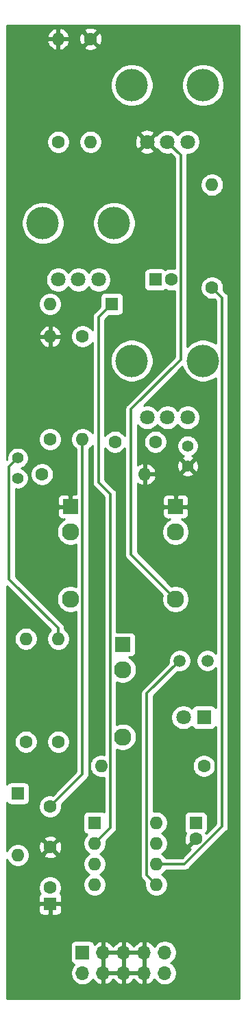
<source format=gbl>
G04 #@! TF.GenerationSoftware,KiCad,Pcbnew,(5.1.9)-1*
G04 #@! TF.CreationDate,2021-10-01T15:04:59+02:00*
G04 #@! TF.ProjectId,StupidBox,53747570-6964-4426-9f78-2e6b69636164,rev?*
G04 #@! TF.SameCoordinates,Original*
G04 #@! TF.FileFunction,Copper,L2,Bot*
G04 #@! TF.FilePolarity,Positive*
%FSLAX46Y46*%
G04 Gerber Fmt 4.6, Leading zero omitted, Abs format (unit mm)*
G04 Created by KiCad (PCBNEW (5.1.9)-1) date 2021-10-01 15:04:59*
%MOMM*%
%LPD*%
G01*
G04 APERTURE LIST*
G04 #@! TA.AperFunction,WasherPad*
%ADD10C,4.000000*%
G04 #@! TD*
G04 #@! TA.AperFunction,ComponentPad*
%ADD11C,1.800000*%
G04 #@! TD*
G04 #@! TA.AperFunction,ComponentPad*
%ADD12O,1.600000X1.600000*%
G04 #@! TD*
G04 #@! TA.AperFunction,ComponentPad*
%ADD13R,1.600000X1.600000*%
G04 #@! TD*
G04 #@! TA.AperFunction,ComponentPad*
%ADD14C,1.600000*%
G04 #@! TD*
G04 #@! TA.AperFunction,ComponentPad*
%ADD15C,1.500000*%
G04 #@! TD*
G04 #@! TA.AperFunction,ComponentPad*
%ADD16C,2.130000*%
G04 #@! TD*
G04 #@! TA.AperFunction,ComponentPad*
%ADD17R,1.930000X1.830000*%
G04 #@! TD*
G04 #@! TA.AperFunction,ComponentPad*
%ADD18O,1.700000X1.700000*%
G04 #@! TD*
G04 #@! TA.AperFunction,ComponentPad*
%ADD19R,1.700000X1.700000*%
G04 #@! TD*
G04 #@! TA.AperFunction,ComponentPad*
%ADD20R,1.800000X1.800000*%
G04 #@! TD*
G04 #@! TA.AperFunction,ComponentPad*
%ADD21C,1.400000*%
G04 #@! TD*
G04 #@! TA.AperFunction,Conductor*
%ADD22C,0.300000*%
G04 #@! TD*
G04 #@! TA.AperFunction,Conductor*
%ADD23C,0.254000*%
G04 #@! TD*
G04 #@! TA.AperFunction,Conductor*
%ADD24C,0.100000*%
G04 #@! TD*
G04 APERTURE END LIST*
D10*
X54900000Y-39000000D03*
X46100000Y-39000000D03*
D11*
X53000000Y-46000000D03*
X50500000Y-46000000D03*
X48000000Y-46000000D03*
D12*
X49120000Y-130000000D03*
X41500000Y-137620000D03*
X49120000Y-132540000D03*
X41500000Y-135080000D03*
X49120000Y-135080000D03*
X41500000Y-132540000D03*
X49120000Y-137620000D03*
D13*
X41500000Y-130000000D03*
D10*
X54900000Y-73000000D03*
X46100000Y-73000000D03*
D11*
X53000000Y-80000000D03*
X50500000Y-80000000D03*
X48000000Y-80000000D03*
D12*
X56000000Y-51300000D03*
D14*
X56000000Y-64000000D03*
D12*
X41000000Y-46000000D03*
D14*
X41000000Y-33300000D03*
D12*
X42300000Y-123000000D03*
D14*
X55000000Y-123000000D03*
D15*
X52025000Y-110000000D03*
X55425000Y-110000000D03*
D12*
X37000000Y-33300000D03*
D14*
X37000000Y-46000000D03*
D12*
X40000000Y-82700000D03*
D14*
X40000000Y-70000000D03*
D12*
X36000000Y-70000000D03*
D14*
X36000000Y-82700000D03*
D12*
X37000000Y-107300000D03*
D14*
X37000000Y-120000000D03*
D12*
X47700000Y-87000000D03*
D14*
X35000000Y-87000000D03*
D12*
X33000000Y-107300000D03*
D14*
X33000000Y-120000000D03*
D16*
X45000000Y-119400000D03*
D17*
X45000000Y-108000000D03*
D16*
X45000000Y-111100000D03*
X38500000Y-102400000D03*
D17*
X38500000Y-91000000D03*
D16*
X38500000Y-94100000D03*
X51500000Y-102400000D03*
D17*
X51500000Y-91000000D03*
D16*
X51500000Y-94100000D03*
D18*
X50160000Y-148540000D03*
X50160000Y-146000000D03*
X47620000Y-148540000D03*
X47620000Y-146000000D03*
X45080000Y-148540000D03*
X45080000Y-146000000D03*
X42540000Y-148540000D03*
X42540000Y-146000000D03*
X40000000Y-148540000D03*
D19*
X40000000Y-146000000D03*
D10*
X43900000Y-56000000D03*
X35100000Y-56000000D03*
D11*
X42000000Y-63000000D03*
X39500000Y-63000000D03*
X37000000Y-63000000D03*
X52460000Y-117000000D03*
D20*
X55000000Y-117000000D03*
D12*
X36000000Y-66000000D03*
D13*
X43620000Y-66000000D03*
D12*
X32000000Y-134000000D03*
D13*
X32000000Y-126380000D03*
D21*
X53000000Y-86000000D03*
X53000000Y-83500000D03*
D14*
X44000000Y-83000000D03*
X49000000Y-83000000D03*
X51000000Y-63000000D03*
D13*
X49000000Y-63000000D03*
D14*
X36000000Y-133000000D03*
X36000000Y-128000000D03*
D21*
X32000000Y-87500000D03*
X32000000Y-85000000D03*
D14*
X36000000Y-138000000D03*
D13*
X36000000Y-140000000D03*
D14*
X54000000Y-132000000D03*
D13*
X54000000Y-130000000D03*
D22*
X37000000Y-107300000D02*
X37000000Y-106000000D01*
X30949999Y-86050001D02*
X32000000Y-85000000D01*
X30949999Y-99949999D02*
X30949999Y-86050001D01*
X37000000Y-106000000D02*
X30949999Y-99949999D01*
X40000000Y-124000000D02*
X36000000Y-128000000D01*
X40000000Y-82700000D02*
X40000000Y-124000000D01*
X42000000Y-67620000D02*
X43620000Y-66000000D01*
X42000000Y-88000000D02*
X42000000Y-67620000D01*
X43450001Y-89450001D02*
X42000000Y-88000000D01*
X43450001Y-130589999D02*
X43450001Y-89450001D01*
X41500000Y-132540000D02*
X43450001Y-130589999D01*
X47969999Y-114055001D02*
X52025000Y-110000000D01*
X47969999Y-136469999D02*
X47969999Y-114055001D01*
X49120000Y-137620000D02*
X47969999Y-136469999D01*
X52150001Y-72849999D02*
X46000000Y-79000000D01*
X52150001Y-47650001D02*
X52150001Y-72849999D01*
X50500000Y-46000000D02*
X52150001Y-47650001D01*
X46000000Y-96900000D02*
X51500000Y-102400000D01*
X46000000Y-79000000D02*
X46000000Y-96900000D01*
X57250001Y-65250001D02*
X56000000Y-64000000D01*
X57250001Y-130452001D02*
X57250001Y-65250001D01*
X52622002Y-135080000D02*
X57250001Y-130452001D01*
X49120000Y-135080000D02*
X52622002Y-135080000D01*
D23*
X59340002Y-150967582D02*
X59340001Y-151690000D01*
X30660000Y-151690000D01*
X30660000Y-145150000D01*
X38511928Y-145150000D01*
X38511928Y-146850000D01*
X38524188Y-146974482D01*
X38560498Y-147094180D01*
X38619463Y-147204494D01*
X38698815Y-147301185D01*
X38795506Y-147380537D01*
X38905820Y-147439502D01*
X38978380Y-147461513D01*
X38846525Y-147593368D01*
X38684010Y-147836589D01*
X38572068Y-148106842D01*
X38515000Y-148393740D01*
X38515000Y-148686260D01*
X38572068Y-148973158D01*
X38684010Y-149243411D01*
X38846525Y-149486632D01*
X39053368Y-149693475D01*
X39296589Y-149855990D01*
X39566842Y-149967932D01*
X39853740Y-150025000D01*
X40146260Y-150025000D01*
X40433158Y-149967932D01*
X40703411Y-149855990D01*
X40946632Y-149693475D01*
X41153475Y-149486632D01*
X41275195Y-149304466D01*
X41344822Y-149421355D01*
X41539731Y-149637588D01*
X41773080Y-149811641D01*
X42035901Y-149936825D01*
X42183110Y-149981476D01*
X42413000Y-149860155D01*
X42413000Y-148667000D01*
X42667000Y-148667000D01*
X42667000Y-149860155D01*
X42896890Y-149981476D01*
X43044099Y-149936825D01*
X43306920Y-149811641D01*
X43540269Y-149637588D01*
X43735178Y-149421355D01*
X43810000Y-149295745D01*
X43884822Y-149421355D01*
X44079731Y-149637588D01*
X44313080Y-149811641D01*
X44575901Y-149936825D01*
X44723110Y-149981476D01*
X44953000Y-149860155D01*
X44953000Y-148667000D01*
X45207000Y-148667000D01*
X45207000Y-149860155D01*
X45436890Y-149981476D01*
X45584099Y-149936825D01*
X45846920Y-149811641D01*
X46080269Y-149637588D01*
X46275178Y-149421355D01*
X46350000Y-149295745D01*
X46424822Y-149421355D01*
X46619731Y-149637588D01*
X46853080Y-149811641D01*
X47115901Y-149936825D01*
X47263110Y-149981476D01*
X47493000Y-149860155D01*
X47493000Y-148667000D01*
X45207000Y-148667000D01*
X44953000Y-148667000D01*
X42667000Y-148667000D01*
X42413000Y-148667000D01*
X42393000Y-148667000D01*
X42393000Y-148413000D01*
X42413000Y-148413000D01*
X42413000Y-146127000D01*
X42667000Y-146127000D01*
X42667000Y-148413000D01*
X44953000Y-148413000D01*
X44953000Y-146127000D01*
X45207000Y-146127000D01*
X45207000Y-148413000D01*
X47493000Y-148413000D01*
X47493000Y-146127000D01*
X45207000Y-146127000D01*
X44953000Y-146127000D01*
X42667000Y-146127000D01*
X42413000Y-146127000D01*
X42393000Y-146127000D01*
X42393000Y-145873000D01*
X42413000Y-145873000D01*
X42413000Y-144679845D01*
X42667000Y-144679845D01*
X42667000Y-145873000D01*
X44953000Y-145873000D01*
X44953000Y-144679845D01*
X45207000Y-144679845D01*
X45207000Y-145873000D01*
X47493000Y-145873000D01*
X47493000Y-144679845D01*
X47747000Y-144679845D01*
X47747000Y-145873000D01*
X47767000Y-145873000D01*
X47767000Y-146127000D01*
X47747000Y-146127000D01*
X47747000Y-148413000D01*
X47767000Y-148413000D01*
X47767000Y-148667000D01*
X47747000Y-148667000D01*
X47747000Y-149860155D01*
X47976890Y-149981476D01*
X48124099Y-149936825D01*
X48386920Y-149811641D01*
X48620269Y-149637588D01*
X48815178Y-149421355D01*
X48884805Y-149304466D01*
X49006525Y-149486632D01*
X49213368Y-149693475D01*
X49456589Y-149855990D01*
X49726842Y-149967932D01*
X50013740Y-150025000D01*
X50306260Y-150025000D01*
X50593158Y-149967932D01*
X50863411Y-149855990D01*
X51106632Y-149693475D01*
X51313475Y-149486632D01*
X51475990Y-149243411D01*
X51587932Y-148973158D01*
X51645000Y-148686260D01*
X51645000Y-148393740D01*
X51587932Y-148106842D01*
X51475990Y-147836589D01*
X51313475Y-147593368D01*
X51106632Y-147386525D01*
X50932240Y-147270000D01*
X51106632Y-147153475D01*
X51313475Y-146946632D01*
X51475990Y-146703411D01*
X51587932Y-146433158D01*
X51645000Y-146146260D01*
X51645000Y-145853740D01*
X51587932Y-145566842D01*
X51475990Y-145296589D01*
X51313475Y-145053368D01*
X51106632Y-144846525D01*
X50863411Y-144684010D01*
X50593158Y-144572068D01*
X50306260Y-144515000D01*
X50013740Y-144515000D01*
X49726842Y-144572068D01*
X49456589Y-144684010D01*
X49213368Y-144846525D01*
X49006525Y-145053368D01*
X48884805Y-145235534D01*
X48815178Y-145118645D01*
X48620269Y-144902412D01*
X48386920Y-144728359D01*
X48124099Y-144603175D01*
X47976890Y-144558524D01*
X47747000Y-144679845D01*
X47493000Y-144679845D01*
X47263110Y-144558524D01*
X47115901Y-144603175D01*
X46853080Y-144728359D01*
X46619731Y-144902412D01*
X46424822Y-145118645D01*
X46350000Y-145244255D01*
X46275178Y-145118645D01*
X46080269Y-144902412D01*
X45846920Y-144728359D01*
X45584099Y-144603175D01*
X45436890Y-144558524D01*
X45207000Y-144679845D01*
X44953000Y-144679845D01*
X44723110Y-144558524D01*
X44575901Y-144603175D01*
X44313080Y-144728359D01*
X44079731Y-144902412D01*
X43884822Y-145118645D01*
X43810000Y-145244255D01*
X43735178Y-145118645D01*
X43540269Y-144902412D01*
X43306920Y-144728359D01*
X43044099Y-144603175D01*
X42896890Y-144558524D01*
X42667000Y-144679845D01*
X42413000Y-144679845D01*
X42183110Y-144558524D01*
X42035901Y-144603175D01*
X41773080Y-144728359D01*
X41539731Y-144902412D01*
X41463966Y-144986466D01*
X41439502Y-144905820D01*
X41380537Y-144795506D01*
X41301185Y-144698815D01*
X41204494Y-144619463D01*
X41094180Y-144560498D01*
X40974482Y-144524188D01*
X40850000Y-144511928D01*
X39150000Y-144511928D01*
X39025518Y-144524188D01*
X38905820Y-144560498D01*
X38795506Y-144619463D01*
X38698815Y-144698815D01*
X38619463Y-144795506D01*
X38560498Y-144905820D01*
X38524188Y-145025518D01*
X38511928Y-145150000D01*
X30660000Y-145150000D01*
X30660000Y-140800000D01*
X34561928Y-140800000D01*
X34574188Y-140924482D01*
X34610498Y-141044180D01*
X34669463Y-141154494D01*
X34748815Y-141251185D01*
X34845506Y-141330537D01*
X34955820Y-141389502D01*
X35075518Y-141425812D01*
X35200000Y-141438072D01*
X35714250Y-141435000D01*
X35873000Y-141276250D01*
X35873000Y-140127000D01*
X36127000Y-140127000D01*
X36127000Y-141276250D01*
X36285750Y-141435000D01*
X36800000Y-141438072D01*
X36924482Y-141425812D01*
X37044180Y-141389502D01*
X37154494Y-141330537D01*
X37251185Y-141251185D01*
X37330537Y-141154494D01*
X37389502Y-141044180D01*
X37425812Y-140924482D01*
X37438072Y-140800000D01*
X37435000Y-140285750D01*
X37276250Y-140127000D01*
X36127000Y-140127000D01*
X35873000Y-140127000D01*
X34723750Y-140127000D01*
X34565000Y-140285750D01*
X34561928Y-140800000D01*
X30660000Y-140800000D01*
X30660000Y-139200000D01*
X34561928Y-139200000D01*
X34565000Y-139714250D01*
X34723750Y-139873000D01*
X35873000Y-139873000D01*
X35873000Y-139853000D01*
X36127000Y-139853000D01*
X36127000Y-139873000D01*
X37276250Y-139873000D01*
X37435000Y-139714250D01*
X37438072Y-139200000D01*
X37425812Y-139075518D01*
X37389502Y-138955820D01*
X37330537Y-138845506D01*
X37251185Y-138748815D01*
X37234607Y-138735210D01*
X37271680Y-138679727D01*
X37379853Y-138418574D01*
X37435000Y-138141335D01*
X37435000Y-137858665D01*
X37379853Y-137581426D01*
X37271680Y-137320273D01*
X37114637Y-137085241D01*
X36914759Y-136885363D01*
X36679727Y-136728320D01*
X36418574Y-136620147D01*
X36141335Y-136565000D01*
X35858665Y-136565000D01*
X35581426Y-136620147D01*
X35320273Y-136728320D01*
X35085241Y-136885363D01*
X34885363Y-137085241D01*
X34728320Y-137320273D01*
X34620147Y-137581426D01*
X34565000Y-137858665D01*
X34565000Y-138141335D01*
X34620147Y-138418574D01*
X34728320Y-138679727D01*
X34765393Y-138735210D01*
X34748815Y-138748815D01*
X34669463Y-138845506D01*
X34610498Y-138955820D01*
X34574188Y-139075518D01*
X34561928Y-139200000D01*
X30660000Y-139200000D01*
X30660000Y-134514788D01*
X30728320Y-134679727D01*
X30885363Y-134914759D01*
X31085241Y-135114637D01*
X31320273Y-135271680D01*
X31581426Y-135379853D01*
X31858665Y-135435000D01*
X32141335Y-135435000D01*
X32418574Y-135379853D01*
X32679727Y-135271680D01*
X32914759Y-135114637D01*
X33114637Y-134914759D01*
X33271680Y-134679727D01*
X33379853Y-134418574D01*
X33435000Y-134141335D01*
X33435000Y-133992702D01*
X35186903Y-133992702D01*
X35258486Y-134236671D01*
X35513996Y-134357571D01*
X35788184Y-134426300D01*
X36070512Y-134440217D01*
X36350130Y-134398787D01*
X36616292Y-134303603D01*
X36741514Y-134236671D01*
X36813097Y-133992702D01*
X36000000Y-133179605D01*
X35186903Y-133992702D01*
X33435000Y-133992702D01*
X33435000Y-133858665D01*
X33379853Y-133581426D01*
X33271680Y-133320273D01*
X33114637Y-133085241D01*
X33099908Y-133070512D01*
X34559783Y-133070512D01*
X34601213Y-133350130D01*
X34696397Y-133616292D01*
X34763329Y-133741514D01*
X35007298Y-133813097D01*
X35820395Y-133000000D01*
X36179605Y-133000000D01*
X36992702Y-133813097D01*
X37236671Y-133741514D01*
X37357571Y-133486004D01*
X37426300Y-133211816D01*
X37440217Y-132929488D01*
X37398787Y-132649870D01*
X37303603Y-132383708D01*
X37236671Y-132258486D01*
X36992702Y-132186903D01*
X36179605Y-133000000D01*
X35820395Y-133000000D01*
X35007298Y-132186903D01*
X34763329Y-132258486D01*
X34642429Y-132513996D01*
X34573700Y-132788184D01*
X34559783Y-133070512D01*
X33099908Y-133070512D01*
X32914759Y-132885363D01*
X32679727Y-132728320D01*
X32418574Y-132620147D01*
X32141335Y-132565000D01*
X31858665Y-132565000D01*
X31581426Y-132620147D01*
X31320273Y-132728320D01*
X31085241Y-132885363D01*
X30885363Y-133085241D01*
X30728320Y-133320273D01*
X30660000Y-133485212D01*
X30660000Y-132007298D01*
X35186903Y-132007298D01*
X36000000Y-132820395D01*
X36813097Y-132007298D01*
X36741514Y-131763329D01*
X36486004Y-131642429D01*
X36211816Y-131573700D01*
X35929488Y-131559783D01*
X35649870Y-131601213D01*
X35383708Y-131696397D01*
X35258486Y-131763329D01*
X35186903Y-132007298D01*
X30660000Y-132007298D01*
X30660000Y-127858665D01*
X34565000Y-127858665D01*
X34565000Y-128141335D01*
X34620147Y-128418574D01*
X34728320Y-128679727D01*
X34885363Y-128914759D01*
X35085241Y-129114637D01*
X35320273Y-129271680D01*
X35581426Y-129379853D01*
X35858665Y-129435000D01*
X36141335Y-129435000D01*
X36418574Y-129379853D01*
X36679727Y-129271680D01*
X36914759Y-129114637D01*
X37114637Y-128914759D01*
X37271680Y-128679727D01*
X37379853Y-128418574D01*
X37435000Y-128141335D01*
X37435000Y-127858665D01*
X37404554Y-127705603D01*
X40527816Y-124582342D01*
X40557764Y-124557764D01*
X40655862Y-124438233D01*
X40728754Y-124301860D01*
X40773641Y-124153887D01*
X40785000Y-124038561D01*
X40785000Y-124038554D01*
X40788797Y-124000001D01*
X40785000Y-123961448D01*
X40785000Y-83901339D01*
X40914759Y-83814637D01*
X41114637Y-83614759D01*
X41215000Y-83464554D01*
X41215000Y-87961447D01*
X41211203Y-88000000D01*
X41215000Y-88038553D01*
X41215000Y-88038560D01*
X41226359Y-88153886D01*
X41271246Y-88301859D01*
X41344138Y-88438232D01*
X41442236Y-88557764D01*
X41472190Y-88582347D01*
X42665002Y-89775160D01*
X42665001Y-121609491D01*
X42441335Y-121565000D01*
X42158665Y-121565000D01*
X41881426Y-121620147D01*
X41620273Y-121728320D01*
X41385241Y-121885363D01*
X41185363Y-122085241D01*
X41028320Y-122320273D01*
X40920147Y-122581426D01*
X40865000Y-122858665D01*
X40865000Y-123141335D01*
X40920147Y-123418574D01*
X41028320Y-123679727D01*
X41185363Y-123914759D01*
X41385241Y-124114637D01*
X41620273Y-124271680D01*
X41881426Y-124379853D01*
X42158665Y-124435000D01*
X42441335Y-124435000D01*
X42665001Y-124390509D01*
X42665001Y-128678086D01*
X42654494Y-128669463D01*
X42544180Y-128610498D01*
X42424482Y-128574188D01*
X42300000Y-128561928D01*
X40700000Y-128561928D01*
X40575518Y-128574188D01*
X40455820Y-128610498D01*
X40345506Y-128669463D01*
X40248815Y-128748815D01*
X40169463Y-128845506D01*
X40110498Y-128955820D01*
X40074188Y-129075518D01*
X40061928Y-129200000D01*
X40061928Y-130800000D01*
X40074188Y-130924482D01*
X40110498Y-131044180D01*
X40169463Y-131154494D01*
X40248815Y-131251185D01*
X40345506Y-131330537D01*
X40455820Y-131389502D01*
X40575518Y-131425812D01*
X40583961Y-131426643D01*
X40385363Y-131625241D01*
X40228320Y-131860273D01*
X40120147Y-132121426D01*
X40065000Y-132398665D01*
X40065000Y-132681335D01*
X40120147Y-132958574D01*
X40228320Y-133219727D01*
X40385363Y-133454759D01*
X40585241Y-133654637D01*
X40817759Y-133810000D01*
X40585241Y-133965363D01*
X40385363Y-134165241D01*
X40228320Y-134400273D01*
X40120147Y-134661426D01*
X40065000Y-134938665D01*
X40065000Y-135221335D01*
X40120147Y-135498574D01*
X40228320Y-135759727D01*
X40385363Y-135994759D01*
X40585241Y-136194637D01*
X40817759Y-136350000D01*
X40585241Y-136505363D01*
X40385363Y-136705241D01*
X40228320Y-136940273D01*
X40120147Y-137201426D01*
X40065000Y-137478665D01*
X40065000Y-137761335D01*
X40120147Y-138038574D01*
X40228320Y-138299727D01*
X40385363Y-138534759D01*
X40585241Y-138734637D01*
X40820273Y-138891680D01*
X41081426Y-138999853D01*
X41358665Y-139055000D01*
X41641335Y-139055000D01*
X41918574Y-138999853D01*
X42179727Y-138891680D01*
X42414759Y-138734637D01*
X42614637Y-138534759D01*
X42771680Y-138299727D01*
X42879853Y-138038574D01*
X42935000Y-137761335D01*
X42935000Y-137478665D01*
X42879853Y-137201426D01*
X42771680Y-136940273D01*
X42614637Y-136705241D01*
X42414759Y-136505363D01*
X42182241Y-136350000D01*
X42414759Y-136194637D01*
X42614637Y-135994759D01*
X42771680Y-135759727D01*
X42879853Y-135498574D01*
X42935000Y-135221335D01*
X42935000Y-134938665D01*
X42879853Y-134661426D01*
X42771680Y-134400273D01*
X42614637Y-134165241D01*
X42414759Y-133965363D01*
X42182241Y-133810000D01*
X42414759Y-133654637D01*
X42614637Y-133454759D01*
X42771680Y-133219727D01*
X42879853Y-132958574D01*
X42935000Y-132681335D01*
X42935000Y-132398665D01*
X42904554Y-132245603D01*
X43977812Y-131172345D01*
X44007765Y-131147763D01*
X44105863Y-131028232D01*
X44178755Y-130891859D01*
X44179248Y-130890233D01*
X44223643Y-130743886D01*
X44233635Y-130642429D01*
X44235001Y-130628560D01*
X44235001Y-130628555D01*
X44238798Y-130589999D01*
X44235001Y-130551443D01*
X44235001Y-120923194D01*
X44504128Y-121034670D01*
X44832565Y-121100000D01*
X45167435Y-121100000D01*
X45495872Y-121034670D01*
X45805252Y-120906521D01*
X46083687Y-120720477D01*
X46320477Y-120483687D01*
X46506521Y-120205252D01*
X46634670Y-119895872D01*
X46700000Y-119567435D01*
X46700000Y-119232565D01*
X46634670Y-118904128D01*
X46506521Y-118594748D01*
X46320477Y-118316313D01*
X46083687Y-118079523D01*
X45805252Y-117893479D01*
X45495872Y-117765330D01*
X45167435Y-117700000D01*
X44832565Y-117700000D01*
X44504128Y-117765330D01*
X44235001Y-117876806D01*
X44235001Y-112623194D01*
X44504128Y-112734670D01*
X44832565Y-112800000D01*
X45167435Y-112800000D01*
X45495872Y-112734670D01*
X45805252Y-112606521D01*
X46083687Y-112420477D01*
X46320477Y-112183687D01*
X46506521Y-111905252D01*
X46634670Y-111595872D01*
X46700000Y-111267435D01*
X46700000Y-110932565D01*
X46634670Y-110604128D01*
X46506521Y-110294748D01*
X46320477Y-110016313D01*
X46083687Y-109779523D01*
X45805252Y-109593479D01*
X45707701Y-109553072D01*
X45965000Y-109553072D01*
X46089482Y-109540812D01*
X46209180Y-109504502D01*
X46319494Y-109445537D01*
X46416185Y-109366185D01*
X46495537Y-109269494D01*
X46554502Y-109159180D01*
X46590812Y-109039482D01*
X46603072Y-108915000D01*
X46603072Y-107085000D01*
X46590812Y-106960518D01*
X46554502Y-106840820D01*
X46495537Y-106730506D01*
X46416185Y-106633815D01*
X46319494Y-106554463D01*
X46209180Y-106495498D01*
X46089482Y-106459188D01*
X45965000Y-106446928D01*
X44235001Y-106446928D01*
X44235001Y-89488553D01*
X44238798Y-89450000D01*
X44235001Y-89411447D01*
X44235001Y-89411440D01*
X44223642Y-89296114D01*
X44178755Y-89148141D01*
X44105863Y-89011768D01*
X44007765Y-88892237D01*
X43977817Y-88867659D01*
X42785000Y-87674843D01*
X42785000Y-83764555D01*
X42885363Y-83914759D01*
X43085241Y-84114637D01*
X43320273Y-84271680D01*
X43581426Y-84379853D01*
X43858665Y-84435000D01*
X44141335Y-84435000D01*
X44418574Y-84379853D01*
X44679727Y-84271680D01*
X44914759Y-84114637D01*
X45114637Y-83914759D01*
X45215000Y-83764554D01*
X45215001Y-96861437D01*
X45211203Y-96900000D01*
X45226359Y-97053886D01*
X45271246Y-97201859D01*
X45271247Y-97201860D01*
X45344139Y-97338233D01*
X45384690Y-97387644D01*
X45417655Y-97427812D01*
X45417659Y-97427816D01*
X45442237Y-97457764D01*
X45472185Y-97482342D01*
X49873719Y-101883876D01*
X49865330Y-101904128D01*
X49800000Y-102232565D01*
X49800000Y-102567435D01*
X49865330Y-102895872D01*
X49993479Y-103205252D01*
X50179523Y-103483687D01*
X50416313Y-103720477D01*
X50694748Y-103906521D01*
X51004128Y-104034670D01*
X51332565Y-104100000D01*
X51667435Y-104100000D01*
X51995872Y-104034670D01*
X52305252Y-103906521D01*
X52583687Y-103720477D01*
X52820477Y-103483687D01*
X53006521Y-103205252D01*
X53134670Y-102895872D01*
X53200000Y-102567435D01*
X53200000Y-102232565D01*
X53134670Y-101904128D01*
X53006521Y-101594748D01*
X52820477Y-101316313D01*
X52583687Y-101079523D01*
X52305252Y-100893479D01*
X51995872Y-100765330D01*
X51667435Y-100700000D01*
X51332565Y-100700000D01*
X51004128Y-100765330D01*
X50983876Y-100773719D01*
X46785000Y-96574843D01*
X46785000Y-93932565D01*
X49800000Y-93932565D01*
X49800000Y-94267435D01*
X49865330Y-94595872D01*
X49993479Y-94905252D01*
X50179523Y-95183687D01*
X50416313Y-95420477D01*
X50694748Y-95606521D01*
X51004128Y-95734670D01*
X51332565Y-95800000D01*
X51667435Y-95800000D01*
X51995872Y-95734670D01*
X52305252Y-95606521D01*
X52583687Y-95420477D01*
X52820477Y-95183687D01*
X53006521Y-94905252D01*
X53134670Y-94595872D01*
X53200000Y-94267435D01*
X53200000Y-93932565D01*
X53134670Y-93604128D01*
X53006521Y-93294748D01*
X52820477Y-93016313D01*
X52583687Y-92779523D01*
X52305252Y-92593479D01*
X52204860Y-92551895D01*
X52465000Y-92553072D01*
X52589482Y-92540812D01*
X52709180Y-92504502D01*
X52819494Y-92445537D01*
X52916185Y-92366185D01*
X52995537Y-92269494D01*
X53054502Y-92159180D01*
X53090812Y-92039482D01*
X53103072Y-91915000D01*
X53100000Y-91285750D01*
X52941250Y-91127000D01*
X51627000Y-91127000D01*
X51627000Y-91147000D01*
X51373000Y-91147000D01*
X51373000Y-91127000D01*
X50058750Y-91127000D01*
X49900000Y-91285750D01*
X49896928Y-91915000D01*
X49909188Y-92039482D01*
X49945498Y-92159180D01*
X50004463Y-92269494D01*
X50083815Y-92366185D01*
X50180506Y-92445537D01*
X50290820Y-92504502D01*
X50410518Y-92540812D01*
X50535000Y-92553072D01*
X50795140Y-92551895D01*
X50694748Y-92593479D01*
X50416313Y-92779523D01*
X50179523Y-93016313D01*
X49993479Y-93294748D01*
X49865330Y-93604128D01*
X49800000Y-93932565D01*
X46785000Y-93932565D01*
X46785000Y-90085000D01*
X49896928Y-90085000D01*
X49900000Y-90714250D01*
X50058750Y-90873000D01*
X51373000Y-90873000D01*
X51373000Y-89608750D01*
X51627000Y-89608750D01*
X51627000Y-90873000D01*
X52941250Y-90873000D01*
X53100000Y-90714250D01*
X53103072Y-90085000D01*
X53090812Y-89960518D01*
X53054502Y-89840820D01*
X52995537Y-89730506D01*
X52916185Y-89633815D01*
X52819494Y-89554463D01*
X52709180Y-89495498D01*
X52589482Y-89459188D01*
X52465000Y-89446928D01*
X51785750Y-89450000D01*
X51627000Y-89608750D01*
X51373000Y-89608750D01*
X51214250Y-89450000D01*
X50535000Y-89446928D01*
X50410518Y-89459188D01*
X50290820Y-89495498D01*
X50180506Y-89554463D01*
X50083815Y-89633815D01*
X50004463Y-89730506D01*
X49945498Y-89840820D01*
X49909188Y-89960518D01*
X49896928Y-90085000D01*
X46785000Y-90085000D01*
X46785000Y-88098094D01*
X46844869Y-88152385D01*
X47086119Y-88297070D01*
X47350960Y-88391909D01*
X47573000Y-88270624D01*
X47573000Y-87127000D01*
X47827000Y-87127000D01*
X47827000Y-88270624D01*
X48049040Y-88391909D01*
X48313881Y-88297070D01*
X48555131Y-88152385D01*
X48763519Y-87963414D01*
X48931037Y-87737420D01*
X49051246Y-87483087D01*
X49091904Y-87349039D01*
X48969915Y-87127000D01*
X47827000Y-87127000D01*
X47573000Y-87127000D01*
X47553000Y-87127000D01*
X47553000Y-86921269D01*
X52258336Y-86921269D01*
X52317797Y-87155037D01*
X52556242Y-87265934D01*
X52811740Y-87328183D01*
X53074473Y-87339390D01*
X53334344Y-87299125D01*
X53581366Y-87208935D01*
X53682203Y-87155037D01*
X53741664Y-86921269D01*
X53000000Y-86179605D01*
X52258336Y-86921269D01*
X47553000Y-86921269D01*
X47553000Y-86873000D01*
X47573000Y-86873000D01*
X47573000Y-85729376D01*
X47827000Y-85729376D01*
X47827000Y-86873000D01*
X48969915Y-86873000D01*
X49091904Y-86650961D01*
X49051246Y-86516913D01*
X48931037Y-86262580D01*
X48791603Y-86074473D01*
X51660610Y-86074473D01*
X51700875Y-86334344D01*
X51791065Y-86581366D01*
X51844963Y-86682203D01*
X52078731Y-86741664D01*
X52820395Y-86000000D01*
X53179605Y-86000000D01*
X53921269Y-86741664D01*
X54155037Y-86682203D01*
X54265934Y-86443758D01*
X54328183Y-86188260D01*
X54339390Y-85925527D01*
X54299125Y-85665656D01*
X54208935Y-85418634D01*
X54155037Y-85317797D01*
X53921269Y-85258336D01*
X53179605Y-86000000D01*
X52820395Y-86000000D01*
X52078731Y-85258336D01*
X51844963Y-85317797D01*
X51734066Y-85556242D01*
X51671817Y-85811740D01*
X51660610Y-86074473D01*
X48791603Y-86074473D01*
X48763519Y-86036586D01*
X48555131Y-85847615D01*
X48313881Y-85702930D01*
X48049040Y-85608091D01*
X47827000Y-85729376D01*
X47573000Y-85729376D01*
X47350960Y-85608091D01*
X47086119Y-85702930D01*
X46844869Y-85847615D01*
X46785000Y-85901906D01*
X46785000Y-82858665D01*
X47565000Y-82858665D01*
X47565000Y-83141335D01*
X47620147Y-83418574D01*
X47728320Y-83679727D01*
X47885363Y-83914759D01*
X48085241Y-84114637D01*
X48320273Y-84271680D01*
X48581426Y-84379853D01*
X48858665Y-84435000D01*
X49141335Y-84435000D01*
X49418574Y-84379853D01*
X49679727Y-84271680D01*
X49914759Y-84114637D01*
X50114637Y-83914759D01*
X50271680Y-83679727D01*
X50379853Y-83418574D01*
X50389810Y-83368514D01*
X51665000Y-83368514D01*
X51665000Y-83631486D01*
X51716304Y-83889405D01*
X51816939Y-84132359D01*
X51963038Y-84351013D01*
X52148987Y-84536962D01*
X52367641Y-84683061D01*
X52530118Y-84750361D01*
X52418634Y-84791065D01*
X52317797Y-84844963D01*
X52258336Y-85078731D01*
X53000000Y-85820395D01*
X53741664Y-85078731D01*
X53682203Y-84844963D01*
X53474596Y-84748408D01*
X53632359Y-84683061D01*
X53851013Y-84536962D01*
X54036962Y-84351013D01*
X54183061Y-84132359D01*
X54283696Y-83889405D01*
X54335000Y-83631486D01*
X54335000Y-83368514D01*
X54283696Y-83110595D01*
X54183061Y-82867641D01*
X54036962Y-82648987D01*
X53851013Y-82463038D01*
X53632359Y-82316939D01*
X53389405Y-82216304D01*
X53131486Y-82165000D01*
X52868514Y-82165000D01*
X52610595Y-82216304D01*
X52367641Y-82316939D01*
X52148987Y-82463038D01*
X51963038Y-82648987D01*
X51816939Y-82867641D01*
X51716304Y-83110595D01*
X51665000Y-83368514D01*
X50389810Y-83368514D01*
X50435000Y-83141335D01*
X50435000Y-82858665D01*
X50379853Y-82581426D01*
X50271680Y-82320273D01*
X50114637Y-82085241D01*
X49914759Y-81885363D01*
X49679727Y-81728320D01*
X49418574Y-81620147D01*
X49141335Y-81565000D01*
X48858665Y-81565000D01*
X48581426Y-81620147D01*
X48320273Y-81728320D01*
X48085241Y-81885363D01*
X47885363Y-82085241D01*
X47728320Y-82320273D01*
X47620147Y-82581426D01*
X47565000Y-82858665D01*
X46785000Y-82858665D01*
X46785000Y-80944550D01*
X46807688Y-80978505D01*
X47021495Y-81192312D01*
X47272905Y-81360299D01*
X47552257Y-81476011D01*
X47848816Y-81535000D01*
X48151184Y-81535000D01*
X48447743Y-81476011D01*
X48727095Y-81360299D01*
X48978505Y-81192312D01*
X49192312Y-80978505D01*
X49250000Y-80892169D01*
X49307688Y-80978505D01*
X49521495Y-81192312D01*
X49772905Y-81360299D01*
X50052257Y-81476011D01*
X50348816Y-81535000D01*
X50651184Y-81535000D01*
X50947743Y-81476011D01*
X51227095Y-81360299D01*
X51478505Y-81192312D01*
X51692312Y-80978505D01*
X51750000Y-80892169D01*
X51807688Y-80978505D01*
X52021495Y-81192312D01*
X52272905Y-81360299D01*
X52552257Y-81476011D01*
X52848816Y-81535000D01*
X53151184Y-81535000D01*
X53447743Y-81476011D01*
X53727095Y-81360299D01*
X53978505Y-81192312D01*
X54192312Y-80978505D01*
X54360299Y-80727095D01*
X54476011Y-80447743D01*
X54535000Y-80151184D01*
X54535000Y-79848816D01*
X54476011Y-79552257D01*
X54360299Y-79272905D01*
X54192312Y-79021495D01*
X53978505Y-78807688D01*
X53727095Y-78639701D01*
X53447743Y-78523989D01*
X53151184Y-78465000D01*
X52848816Y-78465000D01*
X52552257Y-78523989D01*
X52272905Y-78639701D01*
X52021495Y-78807688D01*
X51807688Y-79021495D01*
X51750000Y-79107831D01*
X51692312Y-79021495D01*
X51478505Y-78807688D01*
X51227095Y-78639701D01*
X50947743Y-78523989D01*
X50651184Y-78465000D01*
X50348816Y-78465000D01*
X50052257Y-78523989D01*
X49772905Y-78639701D01*
X49521495Y-78807688D01*
X49307688Y-79021495D01*
X49250000Y-79107831D01*
X49192312Y-79021495D01*
X48978505Y-78807688D01*
X48727095Y-78639701D01*
X48447743Y-78523989D01*
X48151184Y-78465000D01*
X47848816Y-78465000D01*
X47594588Y-78515569D01*
X52362162Y-73747995D01*
X52366261Y-73768601D01*
X52564893Y-74248141D01*
X52853262Y-74679715D01*
X53220285Y-75046738D01*
X53651859Y-75335107D01*
X54131399Y-75533739D01*
X54640475Y-75635000D01*
X55159525Y-75635000D01*
X55668601Y-75533739D01*
X56148141Y-75335107D01*
X56465002Y-75123387D01*
X56465001Y-109081316D01*
X56307886Y-108924201D01*
X56081043Y-108772629D01*
X55828989Y-108668225D01*
X55561411Y-108615000D01*
X55288589Y-108615000D01*
X55021011Y-108668225D01*
X54768957Y-108772629D01*
X54542114Y-108924201D01*
X54349201Y-109117114D01*
X54197629Y-109343957D01*
X54093225Y-109596011D01*
X54040000Y-109863589D01*
X54040000Y-110136411D01*
X54093225Y-110403989D01*
X54197629Y-110656043D01*
X54349201Y-110882886D01*
X54542114Y-111075799D01*
X54768957Y-111227371D01*
X55021011Y-111331775D01*
X55288589Y-111385000D01*
X55561411Y-111385000D01*
X55828989Y-111331775D01*
X56081043Y-111227371D01*
X56307886Y-111075799D01*
X56465001Y-110918684D01*
X56465001Y-115809983D01*
X56430537Y-115745506D01*
X56351185Y-115648815D01*
X56254494Y-115569463D01*
X56144180Y-115510498D01*
X56024482Y-115474188D01*
X55900000Y-115461928D01*
X54100000Y-115461928D01*
X53975518Y-115474188D01*
X53855820Y-115510498D01*
X53745506Y-115569463D01*
X53648815Y-115648815D01*
X53569463Y-115745506D01*
X53510498Y-115855820D01*
X53504944Y-115874127D01*
X53438505Y-115807688D01*
X53187095Y-115639701D01*
X52907743Y-115523989D01*
X52611184Y-115465000D01*
X52308816Y-115465000D01*
X52012257Y-115523989D01*
X51732905Y-115639701D01*
X51481495Y-115807688D01*
X51267688Y-116021495D01*
X51099701Y-116272905D01*
X50983989Y-116552257D01*
X50925000Y-116848816D01*
X50925000Y-117151184D01*
X50983989Y-117447743D01*
X51099701Y-117727095D01*
X51267688Y-117978505D01*
X51481495Y-118192312D01*
X51732905Y-118360299D01*
X52012257Y-118476011D01*
X52308816Y-118535000D01*
X52611184Y-118535000D01*
X52907743Y-118476011D01*
X53187095Y-118360299D01*
X53438505Y-118192312D01*
X53504944Y-118125873D01*
X53510498Y-118144180D01*
X53569463Y-118254494D01*
X53648815Y-118351185D01*
X53745506Y-118430537D01*
X53855820Y-118489502D01*
X53975518Y-118525812D01*
X54100000Y-118538072D01*
X55900000Y-118538072D01*
X56024482Y-118525812D01*
X56144180Y-118489502D01*
X56254494Y-118430537D01*
X56351185Y-118351185D01*
X56430537Y-118254494D01*
X56465001Y-118190017D01*
X56465001Y-130126843D01*
X55270350Y-131321495D01*
X55238384Y-131261691D01*
X55251185Y-131251185D01*
X55330537Y-131154494D01*
X55389502Y-131044180D01*
X55425812Y-130924482D01*
X55438072Y-130800000D01*
X55438072Y-129200000D01*
X55425812Y-129075518D01*
X55389502Y-128955820D01*
X55330537Y-128845506D01*
X55251185Y-128748815D01*
X55154494Y-128669463D01*
X55044180Y-128610498D01*
X54924482Y-128574188D01*
X54800000Y-128561928D01*
X53200000Y-128561928D01*
X53075518Y-128574188D01*
X52955820Y-128610498D01*
X52845506Y-128669463D01*
X52748815Y-128748815D01*
X52669463Y-128845506D01*
X52610498Y-128955820D01*
X52574188Y-129075518D01*
X52561928Y-129200000D01*
X52561928Y-130800000D01*
X52574188Y-130924482D01*
X52610498Y-131044180D01*
X52669463Y-131154494D01*
X52748815Y-131251185D01*
X52761758Y-131261807D01*
X52642429Y-131513996D01*
X52573700Y-131788184D01*
X52559783Y-132070512D01*
X52601213Y-132350130D01*
X52696397Y-132616292D01*
X52763329Y-132741514D01*
X53007298Y-132813097D01*
X53820395Y-132000000D01*
X53806253Y-131985858D01*
X53985858Y-131806253D01*
X54000000Y-131820395D01*
X54014143Y-131806253D01*
X54193748Y-131985858D01*
X54179605Y-132000000D01*
X54193748Y-132014143D01*
X54014143Y-132193748D01*
X54000000Y-132179605D01*
X53186903Y-132992702D01*
X53258486Y-133236671D01*
X53324118Y-133267726D01*
X52296845Y-134295000D01*
X50321339Y-134295000D01*
X50234637Y-134165241D01*
X50034759Y-133965363D01*
X49802241Y-133810000D01*
X50034759Y-133654637D01*
X50234637Y-133454759D01*
X50391680Y-133219727D01*
X50499853Y-132958574D01*
X50555000Y-132681335D01*
X50555000Y-132398665D01*
X50499853Y-132121426D01*
X50391680Y-131860273D01*
X50234637Y-131625241D01*
X50034759Y-131425363D01*
X49802241Y-131270000D01*
X50034759Y-131114637D01*
X50234637Y-130914759D01*
X50391680Y-130679727D01*
X50499853Y-130418574D01*
X50555000Y-130141335D01*
X50555000Y-129858665D01*
X50499853Y-129581426D01*
X50391680Y-129320273D01*
X50234637Y-129085241D01*
X50034759Y-128885363D01*
X49799727Y-128728320D01*
X49538574Y-128620147D01*
X49261335Y-128565000D01*
X48978665Y-128565000D01*
X48754999Y-128609491D01*
X48754999Y-122858665D01*
X53565000Y-122858665D01*
X53565000Y-123141335D01*
X53620147Y-123418574D01*
X53728320Y-123679727D01*
X53885363Y-123914759D01*
X54085241Y-124114637D01*
X54320273Y-124271680D01*
X54581426Y-124379853D01*
X54858665Y-124435000D01*
X55141335Y-124435000D01*
X55418574Y-124379853D01*
X55679727Y-124271680D01*
X55914759Y-124114637D01*
X56114637Y-123914759D01*
X56271680Y-123679727D01*
X56379853Y-123418574D01*
X56435000Y-123141335D01*
X56435000Y-122858665D01*
X56379853Y-122581426D01*
X56271680Y-122320273D01*
X56114637Y-122085241D01*
X55914759Y-121885363D01*
X55679727Y-121728320D01*
X55418574Y-121620147D01*
X55141335Y-121565000D01*
X54858665Y-121565000D01*
X54581426Y-121620147D01*
X54320273Y-121728320D01*
X54085241Y-121885363D01*
X53885363Y-122085241D01*
X53728320Y-122320273D01*
X53620147Y-122581426D01*
X53565000Y-122858665D01*
X48754999Y-122858665D01*
X48754999Y-114380158D01*
X51773125Y-111362033D01*
X51888589Y-111385000D01*
X52161411Y-111385000D01*
X52428989Y-111331775D01*
X52681043Y-111227371D01*
X52907886Y-111075799D01*
X53100799Y-110882886D01*
X53252371Y-110656043D01*
X53356775Y-110403989D01*
X53410000Y-110136411D01*
X53410000Y-109863589D01*
X53356775Y-109596011D01*
X53252371Y-109343957D01*
X53100799Y-109117114D01*
X52907886Y-108924201D01*
X52681043Y-108772629D01*
X52428989Y-108668225D01*
X52161411Y-108615000D01*
X51888589Y-108615000D01*
X51621011Y-108668225D01*
X51368957Y-108772629D01*
X51142114Y-108924201D01*
X50949201Y-109117114D01*
X50797629Y-109343957D01*
X50693225Y-109596011D01*
X50640000Y-109863589D01*
X50640000Y-110136411D01*
X50662967Y-110251875D01*
X47442184Y-113472659D01*
X47412236Y-113497237D01*
X47387658Y-113527185D01*
X47387654Y-113527189D01*
X47354689Y-113567357D01*
X47314138Y-113616768D01*
X47275176Y-113689661D01*
X47241245Y-113753142D01*
X47196358Y-113901115D01*
X47181202Y-114055001D01*
X47185000Y-114093564D01*
X47184999Y-136431446D01*
X47181202Y-136469999D01*
X47184999Y-136508552D01*
X47184999Y-136508559D01*
X47196358Y-136623885D01*
X47241245Y-136771858D01*
X47314137Y-136908231D01*
X47412235Y-137027763D01*
X47442189Y-137052346D01*
X47715446Y-137325604D01*
X47685000Y-137478665D01*
X47685000Y-137761335D01*
X47740147Y-138038574D01*
X47848320Y-138299727D01*
X48005363Y-138534759D01*
X48205241Y-138734637D01*
X48440273Y-138891680D01*
X48701426Y-138999853D01*
X48978665Y-139055000D01*
X49261335Y-139055000D01*
X49538574Y-138999853D01*
X49799727Y-138891680D01*
X50034759Y-138734637D01*
X50234637Y-138534759D01*
X50391680Y-138299727D01*
X50499853Y-138038574D01*
X50555000Y-137761335D01*
X50555000Y-137478665D01*
X50499853Y-137201426D01*
X50391680Y-136940273D01*
X50234637Y-136705241D01*
X50034759Y-136505363D01*
X49802241Y-136350000D01*
X50034759Y-136194637D01*
X50234637Y-135994759D01*
X50321339Y-135865000D01*
X52583449Y-135865000D01*
X52622002Y-135868797D01*
X52660555Y-135865000D01*
X52660563Y-135865000D01*
X52775889Y-135853641D01*
X52923862Y-135808754D01*
X53060235Y-135735862D01*
X53179766Y-135637764D01*
X53204349Y-135607810D01*
X57777818Y-131034342D01*
X57807765Y-131009765D01*
X57905863Y-130890234D01*
X57978755Y-130753861D01*
X57981781Y-130743885D01*
X58023643Y-130605888D01*
X58031021Y-130530975D01*
X58035001Y-130490562D01*
X58035001Y-130490557D01*
X58038798Y-130452001D01*
X58035001Y-130413446D01*
X58035001Y-65288553D01*
X58038798Y-65250000D01*
X58035001Y-65211447D01*
X58035001Y-65211440D01*
X58023642Y-65096114D01*
X57978755Y-64948141D01*
X57905863Y-64811768D01*
X57807765Y-64692237D01*
X57777816Y-64667659D01*
X57404554Y-64294396D01*
X57435000Y-64141335D01*
X57435000Y-63858665D01*
X57379853Y-63581426D01*
X57271680Y-63320273D01*
X57114637Y-63085241D01*
X56914759Y-62885363D01*
X56679727Y-62728320D01*
X56418574Y-62620147D01*
X56141335Y-62565000D01*
X55858665Y-62565000D01*
X55581426Y-62620147D01*
X55320273Y-62728320D01*
X55085241Y-62885363D01*
X54885363Y-63085241D01*
X54728320Y-63320273D01*
X54620147Y-63581426D01*
X54565000Y-63858665D01*
X54565000Y-64141335D01*
X54620147Y-64418574D01*
X54728320Y-64679727D01*
X54885363Y-64914759D01*
X55085241Y-65114637D01*
X55320273Y-65271680D01*
X55581426Y-65379853D01*
X55858665Y-65435000D01*
X56141335Y-65435000D01*
X56294396Y-65404554D01*
X56465002Y-65575160D01*
X56465002Y-70876613D01*
X56148141Y-70664893D01*
X55668601Y-70466261D01*
X55159525Y-70365000D01*
X54640475Y-70365000D01*
X54131399Y-70466261D01*
X53651859Y-70664893D01*
X53220285Y-70953262D01*
X52935001Y-71238546D01*
X52935001Y-51158665D01*
X54565000Y-51158665D01*
X54565000Y-51441335D01*
X54620147Y-51718574D01*
X54728320Y-51979727D01*
X54885363Y-52214759D01*
X55085241Y-52414637D01*
X55320273Y-52571680D01*
X55581426Y-52679853D01*
X55858665Y-52735000D01*
X56141335Y-52735000D01*
X56418574Y-52679853D01*
X56679727Y-52571680D01*
X56914759Y-52414637D01*
X57114637Y-52214759D01*
X57271680Y-51979727D01*
X57379853Y-51718574D01*
X57435000Y-51441335D01*
X57435000Y-51158665D01*
X57379853Y-50881426D01*
X57271680Y-50620273D01*
X57114637Y-50385241D01*
X56914759Y-50185363D01*
X56679727Y-50028320D01*
X56418574Y-49920147D01*
X56141335Y-49865000D01*
X55858665Y-49865000D01*
X55581426Y-49920147D01*
X55320273Y-50028320D01*
X55085241Y-50185363D01*
X54885363Y-50385241D01*
X54728320Y-50620273D01*
X54620147Y-50881426D01*
X54565000Y-51158665D01*
X52935001Y-51158665D01*
X52935001Y-47688557D01*
X52938798Y-47650001D01*
X52935001Y-47611441D01*
X52935001Y-47611440D01*
X52931021Y-47571027D01*
X52927473Y-47535000D01*
X53151184Y-47535000D01*
X53447743Y-47476011D01*
X53727095Y-47360299D01*
X53978505Y-47192312D01*
X54192312Y-46978505D01*
X54360299Y-46727095D01*
X54476011Y-46447743D01*
X54535000Y-46151184D01*
X54535000Y-45848816D01*
X54476011Y-45552257D01*
X54360299Y-45272905D01*
X54192312Y-45021495D01*
X53978505Y-44807688D01*
X53727095Y-44639701D01*
X53447743Y-44523989D01*
X53151184Y-44465000D01*
X52848816Y-44465000D01*
X52552257Y-44523989D01*
X52272905Y-44639701D01*
X52021495Y-44807688D01*
X51807688Y-45021495D01*
X51750000Y-45107831D01*
X51692312Y-45021495D01*
X51478505Y-44807688D01*
X51227095Y-44639701D01*
X50947743Y-44523989D01*
X50651184Y-44465000D01*
X50348816Y-44465000D01*
X50052257Y-44523989D01*
X49772905Y-44639701D01*
X49521495Y-44807688D01*
X49307688Y-45021495D01*
X49212262Y-45164310D01*
X49064080Y-45115525D01*
X48179605Y-46000000D01*
X49064080Y-46884475D01*
X49212262Y-46835690D01*
X49307688Y-46978505D01*
X49521495Y-47192312D01*
X49772905Y-47360299D01*
X50052257Y-47476011D01*
X50348816Y-47535000D01*
X50651184Y-47535000D01*
X50879440Y-47489597D01*
X51365001Y-47975158D01*
X51365002Y-61609491D01*
X51141335Y-61565000D01*
X50858665Y-61565000D01*
X50581426Y-61620147D01*
X50320273Y-61728320D01*
X50264790Y-61765393D01*
X50251185Y-61748815D01*
X50154494Y-61669463D01*
X50044180Y-61610498D01*
X49924482Y-61574188D01*
X49800000Y-61561928D01*
X48200000Y-61561928D01*
X48075518Y-61574188D01*
X47955820Y-61610498D01*
X47845506Y-61669463D01*
X47748815Y-61748815D01*
X47669463Y-61845506D01*
X47610498Y-61955820D01*
X47574188Y-62075518D01*
X47561928Y-62200000D01*
X47561928Y-63800000D01*
X47574188Y-63924482D01*
X47610498Y-64044180D01*
X47669463Y-64154494D01*
X47748815Y-64251185D01*
X47845506Y-64330537D01*
X47955820Y-64389502D01*
X48075518Y-64425812D01*
X48200000Y-64438072D01*
X49800000Y-64438072D01*
X49924482Y-64425812D01*
X50044180Y-64389502D01*
X50154494Y-64330537D01*
X50251185Y-64251185D01*
X50264790Y-64234607D01*
X50320273Y-64271680D01*
X50581426Y-64379853D01*
X50858665Y-64435000D01*
X51141335Y-64435000D01*
X51365002Y-64390509D01*
X51365002Y-72524841D01*
X45472190Y-78417653D01*
X45442236Y-78442236D01*
X45344138Y-78561768D01*
X45271246Y-78698141D01*
X45226359Y-78846114D01*
X45215000Y-78961440D01*
X45215000Y-78961447D01*
X45211203Y-79000000D01*
X45215000Y-79038553D01*
X45215000Y-82235445D01*
X45114637Y-82085241D01*
X44914759Y-81885363D01*
X44679727Y-81728320D01*
X44418574Y-81620147D01*
X44141335Y-81565000D01*
X43858665Y-81565000D01*
X43581426Y-81620147D01*
X43320273Y-81728320D01*
X43085241Y-81885363D01*
X42885363Y-82085241D01*
X42785000Y-82235445D01*
X42785000Y-72740475D01*
X43465000Y-72740475D01*
X43465000Y-73259525D01*
X43566261Y-73768601D01*
X43764893Y-74248141D01*
X44053262Y-74679715D01*
X44420285Y-75046738D01*
X44851859Y-75335107D01*
X45331399Y-75533739D01*
X45840475Y-75635000D01*
X46359525Y-75635000D01*
X46868601Y-75533739D01*
X47348141Y-75335107D01*
X47779715Y-75046738D01*
X48146738Y-74679715D01*
X48435107Y-74248141D01*
X48633739Y-73768601D01*
X48735000Y-73259525D01*
X48735000Y-72740475D01*
X48633739Y-72231399D01*
X48435107Y-71751859D01*
X48146738Y-71320285D01*
X47779715Y-70953262D01*
X47348141Y-70664893D01*
X46868601Y-70466261D01*
X46359525Y-70365000D01*
X45840475Y-70365000D01*
X45331399Y-70466261D01*
X44851859Y-70664893D01*
X44420285Y-70953262D01*
X44053262Y-71320285D01*
X43764893Y-71751859D01*
X43566261Y-72231399D01*
X43465000Y-72740475D01*
X42785000Y-72740475D01*
X42785000Y-67945157D01*
X43292085Y-67438072D01*
X44420000Y-67438072D01*
X44544482Y-67425812D01*
X44664180Y-67389502D01*
X44774494Y-67330537D01*
X44871185Y-67251185D01*
X44950537Y-67154494D01*
X45009502Y-67044180D01*
X45045812Y-66924482D01*
X45058072Y-66800000D01*
X45058072Y-65200000D01*
X45045812Y-65075518D01*
X45009502Y-64955820D01*
X44950537Y-64845506D01*
X44871185Y-64748815D01*
X44774494Y-64669463D01*
X44664180Y-64610498D01*
X44544482Y-64574188D01*
X44420000Y-64561928D01*
X42820000Y-64561928D01*
X42695518Y-64574188D01*
X42575820Y-64610498D01*
X42465506Y-64669463D01*
X42368815Y-64748815D01*
X42289463Y-64845506D01*
X42230498Y-64955820D01*
X42194188Y-65075518D01*
X42181928Y-65200000D01*
X42181928Y-66327915D01*
X41472185Y-67037658D01*
X41442237Y-67062236D01*
X41417659Y-67092184D01*
X41417655Y-67092188D01*
X41399232Y-67114637D01*
X41344139Y-67181767D01*
X41307035Y-67251185D01*
X41271246Y-67318141D01*
X41226359Y-67466114D01*
X41211203Y-67620000D01*
X41215001Y-67658563D01*
X41215001Y-69235447D01*
X41114637Y-69085241D01*
X40914759Y-68885363D01*
X40679727Y-68728320D01*
X40418574Y-68620147D01*
X40141335Y-68565000D01*
X39858665Y-68565000D01*
X39581426Y-68620147D01*
X39320273Y-68728320D01*
X39085241Y-68885363D01*
X38885363Y-69085241D01*
X38728320Y-69320273D01*
X38620147Y-69581426D01*
X38565000Y-69858665D01*
X38565000Y-70141335D01*
X38620147Y-70418574D01*
X38728320Y-70679727D01*
X38885363Y-70914759D01*
X39085241Y-71114637D01*
X39320273Y-71271680D01*
X39581426Y-71379853D01*
X39858665Y-71435000D01*
X40141335Y-71435000D01*
X40418574Y-71379853D01*
X40679727Y-71271680D01*
X40914759Y-71114637D01*
X41114637Y-70914759D01*
X41215001Y-70764554D01*
X41215000Y-81935446D01*
X41114637Y-81785241D01*
X40914759Y-81585363D01*
X40679727Y-81428320D01*
X40418574Y-81320147D01*
X40141335Y-81265000D01*
X39858665Y-81265000D01*
X39581426Y-81320147D01*
X39320273Y-81428320D01*
X39085241Y-81585363D01*
X38885363Y-81785241D01*
X38728320Y-82020273D01*
X38620147Y-82281426D01*
X38565000Y-82558665D01*
X38565000Y-82841335D01*
X38620147Y-83118574D01*
X38728320Y-83379727D01*
X38885363Y-83614759D01*
X39085241Y-83814637D01*
X39215000Y-83901339D01*
X39215000Y-89448059D01*
X38785750Y-89450000D01*
X38627000Y-89608750D01*
X38627000Y-90873000D01*
X38647000Y-90873000D01*
X38647000Y-91127000D01*
X38627000Y-91127000D01*
X38627000Y-91147000D01*
X38373000Y-91147000D01*
X38373000Y-91127000D01*
X37058750Y-91127000D01*
X36900000Y-91285750D01*
X36896928Y-91915000D01*
X36909188Y-92039482D01*
X36945498Y-92159180D01*
X37004463Y-92269494D01*
X37083815Y-92366185D01*
X37180506Y-92445537D01*
X37290820Y-92504502D01*
X37410518Y-92540812D01*
X37535000Y-92553072D01*
X37795140Y-92551895D01*
X37694748Y-92593479D01*
X37416313Y-92779523D01*
X37179523Y-93016313D01*
X36993479Y-93294748D01*
X36865330Y-93604128D01*
X36800000Y-93932565D01*
X36800000Y-94267435D01*
X36865330Y-94595872D01*
X36993479Y-94905252D01*
X37179523Y-95183687D01*
X37416313Y-95420477D01*
X37694748Y-95606521D01*
X38004128Y-95734670D01*
X38332565Y-95800000D01*
X38667435Y-95800000D01*
X38995872Y-95734670D01*
X39215000Y-95643904D01*
X39215000Y-100856096D01*
X38995872Y-100765330D01*
X38667435Y-100700000D01*
X38332565Y-100700000D01*
X38004128Y-100765330D01*
X37694748Y-100893479D01*
X37416313Y-101079523D01*
X37179523Y-101316313D01*
X36993479Y-101594748D01*
X36865330Y-101904128D01*
X36800000Y-102232565D01*
X36800000Y-102567435D01*
X36865330Y-102895872D01*
X36993479Y-103205252D01*
X37179523Y-103483687D01*
X37416313Y-103720477D01*
X37694748Y-103906521D01*
X38004128Y-104034670D01*
X38332565Y-104100000D01*
X38667435Y-104100000D01*
X38995872Y-104034670D01*
X39215001Y-103943904D01*
X39215001Y-123674841D01*
X36294397Y-126595446D01*
X36141335Y-126565000D01*
X35858665Y-126565000D01*
X35581426Y-126620147D01*
X35320273Y-126728320D01*
X35085241Y-126885363D01*
X34885363Y-127085241D01*
X34728320Y-127320273D01*
X34620147Y-127581426D01*
X34565000Y-127858665D01*
X30660000Y-127858665D01*
X30660000Y-127516790D01*
X30669463Y-127534494D01*
X30748815Y-127631185D01*
X30845506Y-127710537D01*
X30955820Y-127769502D01*
X31075518Y-127805812D01*
X31200000Y-127818072D01*
X32800000Y-127818072D01*
X32924482Y-127805812D01*
X33044180Y-127769502D01*
X33154494Y-127710537D01*
X33251185Y-127631185D01*
X33330537Y-127534494D01*
X33389502Y-127424180D01*
X33425812Y-127304482D01*
X33438072Y-127180000D01*
X33438072Y-125580000D01*
X33425812Y-125455518D01*
X33389502Y-125335820D01*
X33330537Y-125225506D01*
X33251185Y-125128815D01*
X33154494Y-125049463D01*
X33044180Y-124990498D01*
X32924482Y-124954188D01*
X32800000Y-124941928D01*
X31200000Y-124941928D01*
X31075518Y-124954188D01*
X30955820Y-124990498D01*
X30845506Y-125049463D01*
X30748815Y-125128815D01*
X30669463Y-125225506D01*
X30660000Y-125243210D01*
X30660000Y-119858665D01*
X31565000Y-119858665D01*
X31565000Y-120141335D01*
X31620147Y-120418574D01*
X31728320Y-120679727D01*
X31885363Y-120914759D01*
X32085241Y-121114637D01*
X32320273Y-121271680D01*
X32581426Y-121379853D01*
X32858665Y-121435000D01*
X33141335Y-121435000D01*
X33418574Y-121379853D01*
X33679727Y-121271680D01*
X33914759Y-121114637D01*
X34114637Y-120914759D01*
X34271680Y-120679727D01*
X34379853Y-120418574D01*
X34435000Y-120141335D01*
X34435000Y-119858665D01*
X35565000Y-119858665D01*
X35565000Y-120141335D01*
X35620147Y-120418574D01*
X35728320Y-120679727D01*
X35885363Y-120914759D01*
X36085241Y-121114637D01*
X36320273Y-121271680D01*
X36581426Y-121379853D01*
X36858665Y-121435000D01*
X37141335Y-121435000D01*
X37418574Y-121379853D01*
X37679727Y-121271680D01*
X37914759Y-121114637D01*
X38114637Y-120914759D01*
X38271680Y-120679727D01*
X38379853Y-120418574D01*
X38435000Y-120141335D01*
X38435000Y-119858665D01*
X38379853Y-119581426D01*
X38271680Y-119320273D01*
X38114637Y-119085241D01*
X37914759Y-118885363D01*
X37679727Y-118728320D01*
X37418574Y-118620147D01*
X37141335Y-118565000D01*
X36858665Y-118565000D01*
X36581426Y-118620147D01*
X36320273Y-118728320D01*
X36085241Y-118885363D01*
X35885363Y-119085241D01*
X35728320Y-119320273D01*
X35620147Y-119581426D01*
X35565000Y-119858665D01*
X34435000Y-119858665D01*
X34379853Y-119581426D01*
X34271680Y-119320273D01*
X34114637Y-119085241D01*
X33914759Y-118885363D01*
X33679727Y-118728320D01*
X33418574Y-118620147D01*
X33141335Y-118565000D01*
X32858665Y-118565000D01*
X32581426Y-118620147D01*
X32320273Y-118728320D01*
X32085241Y-118885363D01*
X31885363Y-119085241D01*
X31728320Y-119320273D01*
X31620147Y-119581426D01*
X31565000Y-119858665D01*
X30660000Y-119858665D01*
X30660000Y-107158665D01*
X31565000Y-107158665D01*
X31565000Y-107441335D01*
X31620147Y-107718574D01*
X31728320Y-107979727D01*
X31885363Y-108214759D01*
X32085241Y-108414637D01*
X32320273Y-108571680D01*
X32581426Y-108679853D01*
X32858665Y-108735000D01*
X33141335Y-108735000D01*
X33418574Y-108679853D01*
X33679727Y-108571680D01*
X33914759Y-108414637D01*
X34114637Y-108214759D01*
X34271680Y-107979727D01*
X34379853Y-107718574D01*
X34435000Y-107441335D01*
X34435000Y-107158665D01*
X34379853Y-106881426D01*
X34271680Y-106620273D01*
X34114637Y-106385241D01*
X33914759Y-106185363D01*
X33679727Y-106028320D01*
X33418574Y-105920147D01*
X33141335Y-105865000D01*
X32858665Y-105865000D01*
X32581426Y-105920147D01*
X32320273Y-106028320D01*
X32085241Y-106185363D01*
X31885363Y-106385241D01*
X31728320Y-106620273D01*
X31620147Y-106881426D01*
X31565000Y-107158665D01*
X30660000Y-107158665D01*
X30660000Y-100770157D01*
X36080223Y-106190381D01*
X35885363Y-106385241D01*
X35728320Y-106620273D01*
X35620147Y-106881426D01*
X35565000Y-107158665D01*
X35565000Y-107441335D01*
X35620147Y-107718574D01*
X35728320Y-107979727D01*
X35885363Y-108214759D01*
X36085241Y-108414637D01*
X36320273Y-108571680D01*
X36581426Y-108679853D01*
X36858665Y-108735000D01*
X37141335Y-108735000D01*
X37418574Y-108679853D01*
X37679727Y-108571680D01*
X37914759Y-108414637D01*
X38114637Y-108214759D01*
X38271680Y-107979727D01*
X38379853Y-107718574D01*
X38435000Y-107441335D01*
X38435000Y-107158665D01*
X38379853Y-106881426D01*
X38271680Y-106620273D01*
X38114637Y-106385241D01*
X37914759Y-106185363D01*
X37785000Y-106098661D01*
X37785000Y-106038552D01*
X37788797Y-105999999D01*
X37785000Y-105961446D01*
X37785000Y-105961439D01*
X37773641Y-105846113D01*
X37728754Y-105698140D01*
X37655862Y-105561767D01*
X37557764Y-105442236D01*
X37527816Y-105417658D01*
X31734999Y-99624842D01*
X31734999Y-90085000D01*
X36896928Y-90085000D01*
X36900000Y-90714250D01*
X37058750Y-90873000D01*
X38373000Y-90873000D01*
X38373000Y-89608750D01*
X38214250Y-89450000D01*
X37535000Y-89446928D01*
X37410518Y-89459188D01*
X37290820Y-89495498D01*
X37180506Y-89554463D01*
X37083815Y-89633815D01*
X37004463Y-89730506D01*
X36945498Y-89840820D01*
X36909188Y-89960518D01*
X36896928Y-90085000D01*
X31734999Y-90085000D01*
X31734999Y-88808442D01*
X31868514Y-88835000D01*
X32131486Y-88835000D01*
X32389405Y-88783696D01*
X32632359Y-88683061D01*
X32851013Y-88536962D01*
X33036962Y-88351013D01*
X33183061Y-88132359D01*
X33283696Y-87889405D01*
X33335000Y-87631486D01*
X33335000Y-87368514D01*
X33283696Y-87110595D01*
X33183061Y-86867641D01*
X33177064Y-86858665D01*
X33565000Y-86858665D01*
X33565000Y-87141335D01*
X33620147Y-87418574D01*
X33728320Y-87679727D01*
X33885363Y-87914759D01*
X34085241Y-88114637D01*
X34320273Y-88271680D01*
X34581426Y-88379853D01*
X34858665Y-88435000D01*
X35141335Y-88435000D01*
X35418574Y-88379853D01*
X35679727Y-88271680D01*
X35914759Y-88114637D01*
X36114637Y-87914759D01*
X36271680Y-87679727D01*
X36379853Y-87418574D01*
X36435000Y-87141335D01*
X36435000Y-86858665D01*
X36379853Y-86581426D01*
X36271680Y-86320273D01*
X36114637Y-86085241D01*
X35914759Y-85885363D01*
X35679727Y-85728320D01*
X35418574Y-85620147D01*
X35141335Y-85565000D01*
X34858665Y-85565000D01*
X34581426Y-85620147D01*
X34320273Y-85728320D01*
X34085241Y-85885363D01*
X33885363Y-86085241D01*
X33728320Y-86320273D01*
X33620147Y-86581426D01*
X33565000Y-86858665D01*
X33177064Y-86858665D01*
X33036962Y-86648987D01*
X32851013Y-86463038D01*
X32632359Y-86316939D01*
X32470754Y-86250000D01*
X32632359Y-86183061D01*
X32851013Y-86036962D01*
X33036962Y-85851013D01*
X33183061Y-85632359D01*
X33283696Y-85389405D01*
X33335000Y-85131486D01*
X33335000Y-84868514D01*
X33283696Y-84610595D01*
X33183061Y-84367641D01*
X33036962Y-84148987D01*
X32851013Y-83963038D01*
X32632359Y-83816939D01*
X32389405Y-83716304D01*
X32131486Y-83665000D01*
X31868514Y-83665000D01*
X31610595Y-83716304D01*
X31367641Y-83816939D01*
X31148987Y-83963038D01*
X30963038Y-84148987D01*
X30816939Y-84367641D01*
X30716304Y-84610595D01*
X30665000Y-84868514D01*
X30665000Y-85131486D01*
X30680489Y-85209354D01*
X30660000Y-85229843D01*
X30660000Y-82558665D01*
X34565000Y-82558665D01*
X34565000Y-82841335D01*
X34620147Y-83118574D01*
X34728320Y-83379727D01*
X34885363Y-83614759D01*
X35085241Y-83814637D01*
X35320273Y-83971680D01*
X35581426Y-84079853D01*
X35858665Y-84135000D01*
X36141335Y-84135000D01*
X36418574Y-84079853D01*
X36679727Y-83971680D01*
X36914759Y-83814637D01*
X37114637Y-83614759D01*
X37271680Y-83379727D01*
X37379853Y-83118574D01*
X37435000Y-82841335D01*
X37435000Y-82558665D01*
X37379853Y-82281426D01*
X37271680Y-82020273D01*
X37114637Y-81785241D01*
X36914759Y-81585363D01*
X36679727Y-81428320D01*
X36418574Y-81320147D01*
X36141335Y-81265000D01*
X35858665Y-81265000D01*
X35581426Y-81320147D01*
X35320273Y-81428320D01*
X35085241Y-81585363D01*
X34885363Y-81785241D01*
X34728320Y-82020273D01*
X34620147Y-82281426D01*
X34565000Y-82558665D01*
X30660000Y-82558665D01*
X30660000Y-70349040D01*
X34608091Y-70349040D01*
X34702930Y-70613881D01*
X34847615Y-70855131D01*
X35036586Y-71063519D01*
X35262580Y-71231037D01*
X35516913Y-71351246D01*
X35650961Y-71391904D01*
X35873000Y-71269915D01*
X35873000Y-70127000D01*
X36127000Y-70127000D01*
X36127000Y-71269915D01*
X36349039Y-71391904D01*
X36483087Y-71351246D01*
X36737420Y-71231037D01*
X36963414Y-71063519D01*
X37152385Y-70855131D01*
X37297070Y-70613881D01*
X37391909Y-70349040D01*
X37270624Y-70127000D01*
X36127000Y-70127000D01*
X35873000Y-70127000D01*
X34729376Y-70127000D01*
X34608091Y-70349040D01*
X30660000Y-70349040D01*
X30660000Y-69650960D01*
X34608091Y-69650960D01*
X34729376Y-69873000D01*
X35873000Y-69873000D01*
X35873000Y-68730085D01*
X36127000Y-68730085D01*
X36127000Y-69873000D01*
X37270624Y-69873000D01*
X37391909Y-69650960D01*
X37297070Y-69386119D01*
X37152385Y-69144869D01*
X36963414Y-68936481D01*
X36737420Y-68768963D01*
X36483087Y-68648754D01*
X36349039Y-68608096D01*
X36127000Y-68730085D01*
X35873000Y-68730085D01*
X35650961Y-68608096D01*
X35516913Y-68648754D01*
X35262580Y-68768963D01*
X35036586Y-68936481D01*
X34847615Y-69144869D01*
X34702930Y-69386119D01*
X34608091Y-69650960D01*
X30660000Y-69650960D01*
X30660000Y-65858665D01*
X34565000Y-65858665D01*
X34565000Y-66141335D01*
X34620147Y-66418574D01*
X34728320Y-66679727D01*
X34885363Y-66914759D01*
X35085241Y-67114637D01*
X35320273Y-67271680D01*
X35581426Y-67379853D01*
X35858665Y-67435000D01*
X36141335Y-67435000D01*
X36418574Y-67379853D01*
X36679727Y-67271680D01*
X36914759Y-67114637D01*
X37114637Y-66914759D01*
X37271680Y-66679727D01*
X37379853Y-66418574D01*
X37435000Y-66141335D01*
X37435000Y-65858665D01*
X37379853Y-65581426D01*
X37271680Y-65320273D01*
X37114637Y-65085241D01*
X36914759Y-64885363D01*
X36679727Y-64728320D01*
X36418574Y-64620147D01*
X36141335Y-64565000D01*
X35858665Y-64565000D01*
X35581426Y-64620147D01*
X35320273Y-64728320D01*
X35085241Y-64885363D01*
X34885363Y-65085241D01*
X34728320Y-65320273D01*
X34620147Y-65581426D01*
X34565000Y-65858665D01*
X30660000Y-65858665D01*
X30660000Y-62848816D01*
X35465000Y-62848816D01*
X35465000Y-63151184D01*
X35523989Y-63447743D01*
X35639701Y-63727095D01*
X35807688Y-63978505D01*
X36021495Y-64192312D01*
X36272905Y-64360299D01*
X36552257Y-64476011D01*
X36848816Y-64535000D01*
X37151184Y-64535000D01*
X37447743Y-64476011D01*
X37727095Y-64360299D01*
X37978505Y-64192312D01*
X38192312Y-63978505D01*
X38250000Y-63892169D01*
X38307688Y-63978505D01*
X38521495Y-64192312D01*
X38772905Y-64360299D01*
X39052257Y-64476011D01*
X39348816Y-64535000D01*
X39651184Y-64535000D01*
X39947743Y-64476011D01*
X40227095Y-64360299D01*
X40478505Y-64192312D01*
X40692312Y-63978505D01*
X40750000Y-63892169D01*
X40807688Y-63978505D01*
X41021495Y-64192312D01*
X41272905Y-64360299D01*
X41552257Y-64476011D01*
X41848816Y-64535000D01*
X42151184Y-64535000D01*
X42447743Y-64476011D01*
X42727095Y-64360299D01*
X42978505Y-64192312D01*
X43192312Y-63978505D01*
X43360299Y-63727095D01*
X43476011Y-63447743D01*
X43535000Y-63151184D01*
X43535000Y-62848816D01*
X43476011Y-62552257D01*
X43360299Y-62272905D01*
X43192312Y-62021495D01*
X42978505Y-61807688D01*
X42727095Y-61639701D01*
X42447743Y-61523989D01*
X42151184Y-61465000D01*
X41848816Y-61465000D01*
X41552257Y-61523989D01*
X41272905Y-61639701D01*
X41021495Y-61807688D01*
X40807688Y-62021495D01*
X40750000Y-62107831D01*
X40692312Y-62021495D01*
X40478505Y-61807688D01*
X40227095Y-61639701D01*
X39947743Y-61523989D01*
X39651184Y-61465000D01*
X39348816Y-61465000D01*
X39052257Y-61523989D01*
X38772905Y-61639701D01*
X38521495Y-61807688D01*
X38307688Y-62021495D01*
X38250000Y-62107831D01*
X38192312Y-62021495D01*
X37978505Y-61807688D01*
X37727095Y-61639701D01*
X37447743Y-61523989D01*
X37151184Y-61465000D01*
X36848816Y-61465000D01*
X36552257Y-61523989D01*
X36272905Y-61639701D01*
X36021495Y-61807688D01*
X35807688Y-62021495D01*
X35639701Y-62272905D01*
X35523989Y-62552257D01*
X35465000Y-62848816D01*
X30660000Y-62848816D01*
X30660000Y-55740475D01*
X32465000Y-55740475D01*
X32465000Y-56259525D01*
X32566261Y-56768601D01*
X32764893Y-57248141D01*
X33053262Y-57679715D01*
X33420285Y-58046738D01*
X33851859Y-58335107D01*
X34331399Y-58533739D01*
X34840475Y-58635000D01*
X35359525Y-58635000D01*
X35868601Y-58533739D01*
X36348141Y-58335107D01*
X36779715Y-58046738D01*
X37146738Y-57679715D01*
X37435107Y-57248141D01*
X37633739Y-56768601D01*
X37735000Y-56259525D01*
X37735000Y-55740475D01*
X41265000Y-55740475D01*
X41265000Y-56259525D01*
X41366261Y-56768601D01*
X41564893Y-57248141D01*
X41853262Y-57679715D01*
X42220285Y-58046738D01*
X42651859Y-58335107D01*
X43131399Y-58533739D01*
X43640475Y-58635000D01*
X44159525Y-58635000D01*
X44668601Y-58533739D01*
X45148141Y-58335107D01*
X45579715Y-58046738D01*
X45946738Y-57679715D01*
X46235107Y-57248141D01*
X46433739Y-56768601D01*
X46535000Y-56259525D01*
X46535000Y-55740475D01*
X46433739Y-55231399D01*
X46235107Y-54751859D01*
X45946738Y-54320285D01*
X45579715Y-53953262D01*
X45148141Y-53664893D01*
X44668601Y-53466261D01*
X44159525Y-53365000D01*
X43640475Y-53365000D01*
X43131399Y-53466261D01*
X42651859Y-53664893D01*
X42220285Y-53953262D01*
X41853262Y-54320285D01*
X41564893Y-54751859D01*
X41366261Y-55231399D01*
X41265000Y-55740475D01*
X37735000Y-55740475D01*
X37633739Y-55231399D01*
X37435107Y-54751859D01*
X37146738Y-54320285D01*
X36779715Y-53953262D01*
X36348141Y-53664893D01*
X35868601Y-53466261D01*
X35359525Y-53365000D01*
X34840475Y-53365000D01*
X34331399Y-53466261D01*
X33851859Y-53664893D01*
X33420285Y-53953262D01*
X33053262Y-54320285D01*
X32764893Y-54751859D01*
X32566261Y-55231399D01*
X32465000Y-55740475D01*
X30660000Y-55740475D01*
X30660000Y-45858665D01*
X35565000Y-45858665D01*
X35565000Y-46141335D01*
X35620147Y-46418574D01*
X35728320Y-46679727D01*
X35885363Y-46914759D01*
X36085241Y-47114637D01*
X36320273Y-47271680D01*
X36581426Y-47379853D01*
X36858665Y-47435000D01*
X37141335Y-47435000D01*
X37418574Y-47379853D01*
X37679727Y-47271680D01*
X37914759Y-47114637D01*
X38114637Y-46914759D01*
X38271680Y-46679727D01*
X38379853Y-46418574D01*
X38435000Y-46141335D01*
X38435000Y-45858665D01*
X39565000Y-45858665D01*
X39565000Y-46141335D01*
X39620147Y-46418574D01*
X39728320Y-46679727D01*
X39885363Y-46914759D01*
X40085241Y-47114637D01*
X40320273Y-47271680D01*
X40581426Y-47379853D01*
X40858665Y-47435000D01*
X41141335Y-47435000D01*
X41418574Y-47379853D01*
X41679727Y-47271680D01*
X41914759Y-47114637D01*
X41965316Y-47064080D01*
X47115525Y-47064080D01*
X47199208Y-47318261D01*
X47471775Y-47449158D01*
X47764642Y-47524365D01*
X48066553Y-47540991D01*
X48365907Y-47498397D01*
X48651199Y-47398222D01*
X48800792Y-47318261D01*
X48884475Y-47064080D01*
X48000000Y-46179605D01*
X47115525Y-47064080D01*
X41965316Y-47064080D01*
X42114637Y-46914759D01*
X42271680Y-46679727D01*
X42379853Y-46418574D01*
X42435000Y-46141335D01*
X42435000Y-46066553D01*
X46459009Y-46066553D01*
X46501603Y-46365907D01*
X46601778Y-46651199D01*
X46681739Y-46800792D01*
X46935920Y-46884475D01*
X47820395Y-46000000D01*
X46935920Y-45115525D01*
X46681739Y-45199208D01*
X46550842Y-45471775D01*
X46475635Y-45764642D01*
X46459009Y-46066553D01*
X42435000Y-46066553D01*
X42435000Y-45858665D01*
X42379853Y-45581426D01*
X42271680Y-45320273D01*
X42114637Y-45085241D01*
X41965316Y-44935920D01*
X47115525Y-44935920D01*
X48000000Y-45820395D01*
X48884475Y-44935920D01*
X48800792Y-44681739D01*
X48528225Y-44550842D01*
X48235358Y-44475635D01*
X47933447Y-44459009D01*
X47634093Y-44501603D01*
X47348801Y-44601778D01*
X47199208Y-44681739D01*
X47115525Y-44935920D01*
X41965316Y-44935920D01*
X41914759Y-44885363D01*
X41679727Y-44728320D01*
X41418574Y-44620147D01*
X41141335Y-44565000D01*
X40858665Y-44565000D01*
X40581426Y-44620147D01*
X40320273Y-44728320D01*
X40085241Y-44885363D01*
X39885363Y-45085241D01*
X39728320Y-45320273D01*
X39620147Y-45581426D01*
X39565000Y-45858665D01*
X38435000Y-45858665D01*
X38379853Y-45581426D01*
X38271680Y-45320273D01*
X38114637Y-45085241D01*
X37914759Y-44885363D01*
X37679727Y-44728320D01*
X37418574Y-44620147D01*
X37141335Y-44565000D01*
X36858665Y-44565000D01*
X36581426Y-44620147D01*
X36320273Y-44728320D01*
X36085241Y-44885363D01*
X35885363Y-45085241D01*
X35728320Y-45320273D01*
X35620147Y-45581426D01*
X35565000Y-45858665D01*
X30660000Y-45858665D01*
X30660000Y-38740475D01*
X43465000Y-38740475D01*
X43465000Y-39259525D01*
X43566261Y-39768601D01*
X43764893Y-40248141D01*
X44053262Y-40679715D01*
X44420285Y-41046738D01*
X44851859Y-41335107D01*
X45331399Y-41533739D01*
X45840475Y-41635000D01*
X46359525Y-41635000D01*
X46868601Y-41533739D01*
X47348141Y-41335107D01*
X47779715Y-41046738D01*
X48146738Y-40679715D01*
X48435107Y-40248141D01*
X48633739Y-39768601D01*
X48735000Y-39259525D01*
X48735000Y-38740475D01*
X52265000Y-38740475D01*
X52265000Y-39259525D01*
X52366261Y-39768601D01*
X52564893Y-40248141D01*
X52853262Y-40679715D01*
X53220285Y-41046738D01*
X53651859Y-41335107D01*
X54131399Y-41533739D01*
X54640475Y-41635000D01*
X55159525Y-41635000D01*
X55668601Y-41533739D01*
X56148141Y-41335107D01*
X56579715Y-41046738D01*
X56946738Y-40679715D01*
X57235107Y-40248141D01*
X57433739Y-39768601D01*
X57535000Y-39259525D01*
X57535000Y-38740475D01*
X57433739Y-38231399D01*
X57235107Y-37751859D01*
X56946738Y-37320285D01*
X56579715Y-36953262D01*
X56148141Y-36664893D01*
X55668601Y-36466261D01*
X55159525Y-36365000D01*
X54640475Y-36365000D01*
X54131399Y-36466261D01*
X53651859Y-36664893D01*
X53220285Y-36953262D01*
X52853262Y-37320285D01*
X52564893Y-37751859D01*
X52366261Y-38231399D01*
X52265000Y-38740475D01*
X48735000Y-38740475D01*
X48633739Y-38231399D01*
X48435107Y-37751859D01*
X48146738Y-37320285D01*
X47779715Y-36953262D01*
X47348141Y-36664893D01*
X46868601Y-36466261D01*
X46359525Y-36365000D01*
X45840475Y-36365000D01*
X45331399Y-36466261D01*
X44851859Y-36664893D01*
X44420285Y-36953262D01*
X44053262Y-37320285D01*
X43764893Y-37751859D01*
X43566261Y-38231399D01*
X43465000Y-38740475D01*
X30660000Y-38740475D01*
X30660000Y-33649040D01*
X35608091Y-33649040D01*
X35702930Y-33913881D01*
X35847615Y-34155131D01*
X36036586Y-34363519D01*
X36262580Y-34531037D01*
X36516913Y-34651246D01*
X36650961Y-34691904D01*
X36873000Y-34569915D01*
X36873000Y-33427000D01*
X37127000Y-33427000D01*
X37127000Y-34569915D01*
X37349039Y-34691904D01*
X37483087Y-34651246D01*
X37737420Y-34531037D01*
X37963414Y-34363519D01*
X38027632Y-34292702D01*
X40186903Y-34292702D01*
X40258486Y-34536671D01*
X40513996Y-34657571D01*
X40788184Y-34726300D01*
X41070512Y-34740217D01*
X41350130Y-34698787D01*
X41616292Y-34603603D01*
X41741514Y-34536671D01*
X41813097Y-34292702D01*
X41000000Y-33479605D01*
X40186903Y-34292702D01*
X38027632Y-34292702D01*
X38152385Y-34155131D01*
X38297070Y-33913881D01*
X38391909Y-33649040D01*
X38270624Y-33427000D01*
X37127000Y-33427000D01*
X36873000Y-33427000D01*
X35729376Y-33427000D01*
X35608091Y-33649040D01*
X30660000Y-33649040D01*
X30660000Y-33370512D01*
X39559783Y-33370512D01*
X39601213Y-33650130D01*
X39696397Y-33916292D01*
X39763329Y-34041514D01*
X40007298Y-34113097D01*
X40820395Y-33300000D01*
X41179605Y-33300000D01*
X41992702Y-34113097D01*
X42236671Y-34041514D01*
X42357571Y-33786004D01*
X42426300Y-33511816D01*
X42440217Y-33229488D01*
X42398787Y-32949870D01*
X42303603Y-32683708D01*
X42236671Y-32558486D01*
X41992702Y-32486903D01*
X41179605Y-33300000D01*
X40820395Y-33300000D01*
X40007298Y-32486903D01*
X39763329Y-32558486D01*
X39642429Y-32813996D01*
X39573700Y-33088184D01*
X39559783Y-33370512D01*
X30660000Y-33370512D01*
X30660000Y-32950960D01*
X35608091Y-32950960D01*
X35729376Y-33173000D01*
X36873000Y-33173000D01*
X36873000Y-32030085D01*
X37127000Y-32030085D01*
X37127000Y-33173000D01*
X38270624Y-33173000D01*
X38391909Y-32950960D01*
X38297070Y-32686119D01*
X38152385Y-32444869D01*
X38027633Y-32307298D01*
X40186903Y-32307298D01*
X41000000Y-33120395D01*
X41813097Y-32307298D01*
X41741514Y-32063329D01*
X41486004Y-31942429D01*
X41211816Y-31873700D01*
X40929488Y-31859783D01*
X40649870Y-31901213D01*
X40383708Y-31996397D01*
X40258486Y-32063329D01*
X40186903Y-32307298D01*
X38027633Y-32307298D01*
X37963414Y-32236481D01*
X37737420Y-32068963D01*
X37483087Y-31948754D01*
X37349039Y-31908096D01*
X37127000Y-32030085D01*
X36873000Y-32030085D01*
X36650961Y-31908096D01*
X36516913Y-31948754D01*
X36262580Y-32068963D01*
X36036586Y-32236481D01*
X35847615Y-32444869D01*
X35702930Y-32686119D01*
X35608091Y-32950960D01*
X30660000Y-32950960D01*
X30660000Y-31660000D01*
X59340000Y-31660000D01*
X59340002Y-150967582D01*
G04 #@! TA.AperFunction,Conductor*
D24*
G36*
X59340002Y-150967582D02*
G01*
X59340001Y-151690000D01*
X30660000Y-151690000D01*
X30660000Y-145150000D01*
X38511928Y-145150000D01*
X38511928Y-146850000D01*
X38524188Y-146974482D01*
X38560498Y-147094180D01*
X38619463Y-147204494D01*
X38698815Y-147301185D01*
X38795506Y-147380537D01*
X38905820Y-147439502D01*
X38978380Y-147461513D01*
X38846525Y-147593368D01*
X38684010Y-147836589D01*
X38572068Y-148106842D01*
X38515000Y-148393740D01*
X38515000Y-148686260D01*
X38572068Y-148973158D01*
X38684010Y-149243411D01*
X38846525Y-149486632D01*
X39053368Y-149693475D01*
X39296589Y-149855990D01*
X39566842Y-149967932D01*
X39853740Y-150025000D01*
X40146260Y-150025000D01*
X40433158Y-149967932D01*
X40703411Y-149855990D01*
X40946632Y-149693475D01*
X41153475Y-149486632D01*
X41275195Y-149304466D01*
X41344822Y-149421355D01*
X41539731Y-149637588D01*
X41773080Y-149811641D01*
X42035901Y-149936825D01*
X42183110Y-149981476D01*
X42413000Y-149860155D01*
X42413000Y-148667000D01*
X42667000Y-148667000D01*
X42667000Y-149860155D01*
X42896890Y-149981476D01*
X43044099Y-149936825D01*
X43306920Y-149811641D01*
X43540269Y-149637588D01*
X43735178Y-149421355D01*
X43810000Y-149295745D01*
X43884822Y-149421355D01*
X44079731Y-149637588D01*
X44313080Y-149811641D01*
X44575901Y-149936825D01*
X44723110Y-149981476D01*
X44953000Y-149860155D01*
X44953000Y-148667000D01*
X45207000Y-148667000D01*
X45207000Y-149860155D01*
X45436890Y-149981476D01*
X45584099Y-149936825D01*
X45846920Y-149811641D01*
X46080269Y-149637588D01*
X46275178Y-149421355D01*
X46350000Y-149295745D01*
X46424822Y-149421355D01*
X46619731Y-149637588D01*
X46853080Y-149811641D01*
X47115901Y-149936825D01*
X47263110Y-149981476D01*
X47493000Y-149860155D01*
X47493000Y-148667000D01*
X45207000Y-148667000D01*
X44953000Y-148667000D01*
X42667000Y-148667000D01*
X42413000Y-148667000D01*
X42393000Y-148667000D01*
X42393000Y-148413000D01*
X42413000Y-148413000D01*
X42413000Y-146127000D01*
X42667000Y-146127000D01*
X42667000Y-148413000D01*
X44953000Y-148413000D01*
X44953000Y-146127000D01*
X45207000Y-146127000D01*
X45207000Y-148413000D01*
X47493000Y-148413000D01*
X47493000Y-146127000D01*
X45207000Y-146127000D01*
X44953000Y-146127000D01*
X42667000Y-146127000D01*
X42413000Y-146127000D01*
X42393000Y-146127000D01*
X42393000Y-145873000D01*
X42413000Y-145873000D01*
X42413000Y-144679845D01*
X42667000Y-144679845D01*
X42667000Y-145873000D01*
X44953000Y-145873000D01*
X44953000Y-144679845D01*
X45207000Y-144679845D01*
X45207000Y-145873000D01*
X47493000Y-145873000D01*
X47493000Y-144679845D01*
X47747000Y-144679845D01*
X47747000Y-145873000D01*
X47767000Y-145873000D01*
X47767000Y-146127000D01*
X47747000Y-146127000D01*
X47747000Y-148413000D01*
X47767000Y-148413000D01*
X47767000Y-148667000D01*
X47747000Y-148667000D01*
X47747000Y-149860155D01*
X47976890Y-149981476D01*
X48124099Y-149936825D01*
X48386920Y-149811641D01*
X48620269Y-149637588D01*
X48815178Y-149421355D01*
X48884805Y-149304466D01*
X49006525Y-149486632D01*
X49213368Y-149693475D01*
X49456589Y-149855990D01*
X49726842Y-149967932D01*
X50013740Y-150025000D01*
X50306260Y-150025000D01*
X50593158Y-149967932D01*
X50863411Y-149855990D01*
X51106632Y-149693475D01*
X51313475Y-149486632D01*
X51475990Y-149243411D01*
X51587932Y-148973158D01*
X51645000Y-148686260D01*
X51645000Y-148393740D01*
X51587932Y-148106842D01*
X51475990Y-147836589D01*
X51313475Y-147593368D01*
X51106632Y-147386525D01*
X50932240Y-147270000D01*
X51106632Y-147153475D01*
X51313475Y-146946632D01*
X51475990Y-146703411D01*
X51587932Y-146433158D01*
X51645000Y-146146260D01*
X51645000Y-145853740D01*
X51587932Y-145566842D01*
X51475990Y-145296589D01*
X51313475Y-145053368D01*
X51106632Y-144846525D01*
X50863411Y-144684010D01*
X50593158Y-144572068D01*
X50306260Y-144515000D01*
X50013740Y-144515000D01*
X49726842Y-144572068D01*
X49456589Y-144684010D01*
X49213368Y-144846525D01*
X49006525Y-145053368D01*
X48884805Y-145235534D01*
X48815178Y-145118645D01*
X48620269Y-144902412D01*
X48386920Y-144728359D01*
X48124099Y-144603175D01*
X47976890Y-144558524D01*
X47747000Y-144679845D01*
X47493000Y-144679845D01*
X47263110Y-144558524D01*
X47115901Y-144603175D01*
X46853080Y-144728359D01*
X46619731Y-144902412D01*
X46424822Y-145118645D01*
X46350000Y-145244255D01*
X46275178Y-145118645D01*
X46080269Y-144902412D01*
X45846920Y-144728359D01*
X45584099Y-144603175D01*
X45436890Y-144558524D01*
X45207000Y-144679845D01*
X44953000Y-144679845D01*
X44723110Y-144558524D01*
X44575901Y-144603175D01*
X44313080Y-144728359D01*
X44079731Y-144902412D01*
X43884822Y-145118645D01*
X43810000Y-145244255D01*
X43735178Y-145118645D01*
X43540269Y-144902412D01*
X43306920Y-144728359D01*
X43044099Y-144603175D01*
X42896890Y-144558524D01*
X42667000Y-144679845D01*
X42413000Y-144679845D01*
X42183110Y-144558524D01*
X42035901Y-144603175D01*
X41773080Y-144728359D01*
X41539731Y-144902412D01*
X41463966Y-144986466D01*
X41439502Y-144905820D01*
X41380537Y-144795506D01*
X41301185Y-144698815D01*
X41204494Y-144619463D01*
X41094180Y-144560498D01*
X40974482Y-144524188D01*
X40850000Y-144511928D01*
X39150000Y-144511928D01*
X39025518Y-144524188D01*
X38905820Y-144560498D01*
X38795506Y-144619463D01*
X38698815Y-144698815D01*
X38619463Y-144795506D01*
X38560498Y-144905820D01*
X38524188Y-145025518D01*
X38511928Y-145150000D01*
X30660000Y-145150000D01*
X30660000Y-140800000D01*
X34561928Y-140800000D01*
X34574188Y-140924482D01*
X34610498Y-141044180D01*
X34669463Y-141154494D01*
X34748815Y-141251185D01*
X34845506Y-141330537D01*
X34955820Y-141389502D01*
X35075518Y-141425812D01*
X35200000Y-141438072D01*
X35714250Y-141435000D01*
X35873000Y-141276250D01*
X35873000Y-140127000D01*
X36127000Y-140127000D01*
X36127000Y-141276250D01*
X36285750Y-141435000D01*
X36800000Y-141438072D01*
X36924482Y-141425812D01*
X37044180Y-141389502D01*
X37154494Y-141330537D01*
X37251185Y-141251185D01*
X37330537Y-141154494D01*
X37389502Y-141044180D01*
X37425812Y-140924482D01*
X37438072Y-140800000D01*
X37435000Y-140285750D01*
X37276250Y-140127000D01*
X36127000Y-140127000D01*
X35873000Y-140127000D01*
X34723750Y-140127000D01*
X34565000Y-140285750D01*
X34561928Y-140800000D01*
X30660000Y-140800000D01*
X30660000Y-139200000D01*
X34561928Y-139200000D01*
X34565000Y-139714250D01*
X34723750Y-139873000D01*
X35873000Y-139873000D01*
X35873000Y-139853000D01*
X36127000Y-139853000D01*
X36127000Y-139873000D01*
X37276250Y-139873000D01*
X37435000Y-139714250D01*
X37438072Y-139200000D01*
X37425812Y-139075518D01*
X37389502Y-138955820D01*
X37330537Y-138845506D01*
X37251185Y-138748815D01*
X37234607Y-138735210D01*
X37271680Y-138679727D01*
X37379853Y-138418574D01*
X37435000Y-138141335D01*
X37435000Y-137858665D01*
X37379853Y-137581426D01*
X37271680Y-137320273D01*
X37114637Y-137085241D01*
X36914759Y-136885363D01*
X36679727Y-136728320D01*
X36418574Y-136620147D01*
X36141335Y-136565000D01*
X35858665Y-136565000D01*
X35581426Y-136620147D01*
X35320273Y-136728320D01*
X35085241Y-136885363D01*
X34885363Y-137085241D01*
X34728320Y-137320273D01*
X34620147Y-137581426D01*
X34565000Y-137858665D01*
X34565000Y-138141335D01*
X34620147Y-138418574D01*
X34728320Y-138679727D01*
X34765393Y-138735210D01*
X34748815Y-138748815D01*
X34669463Y-138845506D01*
X34610498Y-138955820D01*
X34574188Y-139075518D01*
X34561928Y-139200000D01*
X30660000Y-139200000D01*
X30660000Y-134514788D01*
X30728320Y-134679727D01*
X30885363Y-134914759D01*
X31085241Y-135114637D01*
X31320273Y-135271680D01*
X31581426Y-135379853D01*
X31858665Y-135435000D01*
X32141335Y-135435000D01*
X32418574Y-135379853D01*
X32679727Y-135271680D01*
X32914759Y-135114637D01*
X33114637Y-134914759D01*
X33271680Y-134679727D01*
X33379853Y-134418574D01*
X33435000Y-134141335D01*
X33435000Y-133992702D01*
X35186903Y-133992702D01*
X35258486Y-134236671D01*
X35513996Y-134357571D01*
X35788184Y-134426300D01*
X36070512Y-134440217D01*
X36350130Y-134398787D01*
X36616292Y-134303603D01*
X36741514Y-134236671D01*
X36813097Y-133992702D01*
X36000000Y-133179605D01*
X35186903Y-133992702D01*
X33435000Y-133992702D01*
X33435000Y-133858665D01*
X33379853Y-133581426D01*
X33271680Y-133320273D01*
X33114637Y-133085241D01*
X33099908Y-133070512D01*
X34559783Y-133070512D01*
X34601213Y-133350130D01*
X34696397Y-133616292D01*
X34763329Y-133741514D01*
X35007298Y-133813097D01*
X35820395Y-133000000D01*
X36179605Y-133000000D01*
X36992702Y-133813097D01*
X37236671Y-133741514D01*
X37357571Y-133486004D01*
X37426300Y-133211816D01*
X37440217Y-132929488D01*
X37398787Y-132649870D01*
X37303603Y-132383708D01*
X37236671Y-132258486D01*
X36992702Y-132186903D01*
X36179605Y-133000000D01*
X35820395Y-133000000D01*
X35007298Y-132186903D01*
X34763329Y-132258486D01*
X34642429Y-132513996D01*
X34573700Y-132788184D01*
X34559783Y-133070512D01*
X33099908Y-133070512D01*
X32914759Y-132885363D01*
X32679727Y-132728320D01*
X32418574Y-132620147D01*
X32141335Y-132565000D01*
X31858665Y-132565000D01*
X31581426Y-132620147D01*
X31320273Y-132728320D01*
X31085241Y-132885363D01*
X30885363Y-133085241D01*
X30728320Y-133320273D01*
X30660000Y-133485212D01*
X30660000Y-132007298D01*
X35186903Y-132007298D01*
X36000000Y-132820395D01*
X36813097Y-132007298D01*
X36741514Y-131763329D01*
X36486004Y-131642429D01*
X36211816Y-131573700D01*
X35929488Y-131559783D01*
X35649870Y-131601213D01*
X35383708Y-131696397D01*
X35258486Y-131763329D01*
X35186903Y-132007298D01*
X30660000Y-132007298D01*
X30660000Y-127858665D01*
X34565000Y-127858665D01*
X34565000Y-128141335D01*
X34620147Y-128418574D01*
X34728320Y-128679727D01*
X34885363Y-128914759D01*
X35085241Y-129114637D01*
X35320273Y-129271680D01*
X35581426Y-129379853D01*
X35858665Y-129435000D01*
X36141335Y-129435000D01*
X36418574Y-129379853D01*
X36679727Y-129271680D01*
X36914759Y-129114637D01*
X37114637Y-128914759D01*
X37271680Y-128679727D01*
X37379853Y-128418574D01*
X37435000Y-128141335D01*
X37435000Y-127858665D01*
X37404554Y-127705603D01*
X40527816Y-124582342D01*
X40557764Y-124557764D01*
X40655862Y-124438233D01*
X40728754Y-124301860D01*
X40773641Y-124153887D01*
X40785000Y-124038561D01*
X40785000Y-124038554D01*
X40788797Y-124000001D01*
X40785000Y-123961448D01*
X40785000Y-83901339D01*
X40914759Y-83814637D01*
X41114637Y-83614759D01*
X41215000Y-83464554D01*
X41215000Y-87961447D01*
X41211203Y-88000000D01*
X41215000Y-88038553D01*
X41215000Y-88038560D01*
X41226359Y-88153886D01*
X41271246Y-88301859D01*
X41344138Y-88438232D01*
X41442236Y-88557764D01*
X41472190Y-88582347D01*
X42665002Y-89775160D01*
X42665001Y-121609491D01*
X42441335Y-121565000D01*
X42158665Y-121565000D01*
X41881426Y-121620147D01*
X41620273Y-121728320D01*
X41385241Y-121885363D01*
X41185363Y-122085241D01*
X41028320Y-122320273D01*
X40920147Y-122581426D01*
X40865000Y-122858665D01*
X40865000Y-123141335D01*
X40920147Y-123418574D01*
X41028320Y-123679727D01*
X41185363Y-123914759D01*
X41385241Y-124114637D01*
X41620273Y-124271680D01*
X41881426Y-124379853D01*
X42158665Y-124435000D01*
X42441335Y-124435000D01*
X42665001Y-124390509D01*
X42665001Y-128678086D01*
X42654494Y-128669463D01*
X42544180Y-128610498D01*
X42424482Y-128574188D01*
X42300000Y-128561928D01*
X40700000Y-128561928D01*
X40575518Y-128574188D01*
X40455820Y-128610498D01*
X40345506Y-128669463D01*
X40248815Y-128748815D01*
X40169463Y-128845506D01*
X40110498Y-128955820D01*
X40074188Y-129075518D01*
X40061928Y-129200000D01*
X40061928Y-130800000D01*
X40074188Y-130924482D01*
X40110498Y-131044180D01*
X40169463Y-131154494D01*
X40248815Y-131251185D01*
X40345506Y-131330537D01*
X40455820Y-131389502D01*
X40575518Y-131425812D01*
X40583961Y-131426643D01*
X40385363Y-131625241D01*
X40228320Y-131860273D01*
X40120147Y-132121426D01*
X40065000Y-132398665D01*
X40065000Y-132681335D01*
X40120147Y-132958574D01*
X40228320Y-133219727D01*
X40385363Y-133454759D01*
X40585241Y-133654637D01*
X40817759Y-133810000D01*
X40585241Y-133965363D01*
X40385363Y-134165241D01*
X40228320Y-134400273D01*
X40120147Y-134661426D01*
X40065000Y-134938665D01*
X40065000Y-135221335D01*
X40120147Y-135498574D01*
X40228320Y-135759727D01*
X40385363Y-135994759D01*
X40585241Y-136194637D01*
X40817759Y-136350000D01*
X40585241Y-136505363D01*
X40385363Y-136705241D01*
X40228320Y-136940273D01*
X40120147Y-137201426D01*
X40065000Y-137478665D01*
X40065000Y-137761335D01*
X40120147Y-138038574D01*
X40228320Y-138299727D01*
X40385363Y-138534759D01*
X40585241Y-138734637D01*
X40820273Y-138891680D01*
X41081426Y-138999853D01*
X41358665Y-139055000D01*
X41641335Y-139055000D01*
X41918574Y-138999853D01*
X42179727Y-138891680D01*
X42414759Y-138734637D01*
X42614637Y-138534759D01*
X42771680Y-138299727D01*
X42879853Y-138038574D01*
X42935000Y-137761335D01*
X42935000Y-137478665D01*
X42879853Y-137201426D01*
X42771680Y-136940273D01*
X42614637Y-136705241D01*
X42414759Y-136505363D01*
X42182241Y-136350000D01*
X42414759Y-136194637D01*
X42614637Y-135994759D01*
X42771680Y-135759727D01*
X42879853Y-135498574D01*
X42935000Y-135221335D01*
X42935000Y-134938665D01*
X42879853Y-134661426D01*
X42771680Y-134400273D01*
X42614637Y-134165241D01*
X42414759Y-133965363D01*
X42182241Y-133810000D01*
X42414759Y-133654637D01*
X42614637Y-133454759D01*
X42771680Y-133219727D01*
X42879853Y-132958574D01*
X42935000Y-132681335D01*
X42935000Y-132398665D01*
X42904554Y-132245603D01*
X43977812Y-131172345D01*
X44007765Y-131147763D01*
X44105863Y-131028232D01*
X44178755Y-130891859D01*
X44179248Y-130890233D01*
X44223643Y-130743886D01*
X44233635Y-130642429D01*
X44235001Y-130628560D01*
X44235001Y-130628555D01*
X44238798Y-130589999D01*
X44235001Y-130551443D01*
X44235001Y-120923194D01*
X44504128Y-121034670D01*
X44832565Y-121100000D01*
X45167435Y-121100000D01*
X45495872Y-121034670D01*
X45805252Y-120906521D01*
X46083687Y-120720477D01*
X46320477Y-120483687D01*
X46506521Y-120205252D01*
X46634670Y-119895872D01*
X46700000Y-119567435D01*
X46700000Y-119232565D01*
X46634670Y-118904128D01*
X46506521Y-118594748D01*
X46320477Y-118316313D01*
X46083687Y-118079523D01*
X45805252Y-117893479D01*
X45495872Y-117765330D01*
X45167435Y-117700000D01*
X44832565Y-117700000D01*
X44504128Y-117765330D01*
X44235001Y-117876806D01*
X44235001Y-112623194D01*
X44504128Y-112734670D01*
X44832565Y-112800000D01*
X45167435Y-112800000D01*
X45495872Y-112734670D01*
X45805252Y-112606521D01*
X46083687Y-112420477D01*
X46320477Y-112183687D01*
X46506521Y-111905252D01*
X46634670Y-111595872D01*
X46700000Y-111267435D01*
X46700000Y-110932565D01*
X46634670Y-110604128D01*
X46506521Y-110294748D01*
X46320477Y-110016313D01*
X46083687Y-109779523D01*
X45805252Y-109593479D01*
X45707701Y-109553072D01*
X45965000Y-109553072D01*
X46089482Y-109540812D01*
X46209180Y-109504502D01*
X46319494Y-109445537D01*
X46416185Y-109366185D01*
X46495537Y-109269494D01*
X46554502Y-109159180D01*
X46590812Y-109039482D01*
X46603072Y-108915000D01*
X46603072Y-107085000D01*
X46590812Y-106960518D01*
X46554502Y-106840820D01*
X46495537Y-106730506D01*
X46416185Y-106633815D01*
X46319494Y-106554463D01*
X46209180Y-106495498D01*
X46089482Y-106459188D01*
X45965000Y-106446928D01*
X44235001Y-106446928D01*
X44235001Y-89488553D01*
X44238798Y-89450000D01*
X44235001Y-89411447D01*
X44235001Y-89411440D01*
X44223642Y-89296114D01*
X44178755Y-89148141D01*
X44105863Y-89011768D01*
X44007765Y-88892237D01*
X43977817Y-88867659D01*
X42785000Y-87674843D01*
X42785000Y-83764555D01*
X42885363Y-83914759D01*
X43085241Y-84114637D01*
X43320273Y-84271680D01*
X43581426Y-84379853D01*
X43858665Y-84435000D01*
X44141335Y-84435000D01*
X44418574Y-84379853D01*
X44679727Y-84271680D01*
X44914759Y-84114637D01*
X45114637Y-83914759D01*
X45215000Y-83764554D01*
X45215001Y-96861437D01*
X45211203Y-96900000D01*
X45226359Y-97053886D01*
X45271246Y-97201859D01*
X45271247Y-97201860D01*
X45344139Y-97338233D01*
X45384690Y-97387644D01*
X45417655Y-97427812D01*
X45417659Y-97427816D01*
X45442237Y-97457764D01*
X45472185Y-97482342D01*
X49873719Y-101883876D01*
X49865330Y-101904128D01*
X49800000Y-102232565D01*
X49800000Y-102567435D01*
X49865330Y-102895872D01*
X49993479Y-103205252D01*
X50179523Y-103483687D01*
X50416313Y-103720477D01*
X50694748Y-103906521D01*
X51004128Y-104034670D01*
X51332565Y-104100000D01*
X51667435Y-104100000D01*
X51995872Y-104034670D01*
X52305252Y-103906521D01*
X52583687Y-103720477D01*
X52820477Y-103483687D01*
X53006521Y-103205252D01*
X53134670Y-102895872D01*
X53200000Y-102567435D01*
X53200000Y-102232565D01*
X53134670Y-101904128D01*
X53006521Y-101594748D01*
X52820477Y-101316313D01*
X52583687Y-101079523D01*
X52305252Y-100893479D01*
X51995872Y-100765330D01*
X51667435Y-100700000D01*
X51332565Y-100700000D01*
X51004128Y-100765330D01*
X50983876Y-100773719D01*
X46785000Y-96574843D01*
X46785000Y-93932565D01*
X49800000Y-93932565D01*
X49800000Y-94267435D01*
X49865330Y-94595872D01*
X49993479Y-94905252D01*
X50179523Y-95183687D01*
X50416313Y-95420477D01*
X50694748Y-95606521D01*
X51004128Y-95734670D01*
X51332565Y-95800000D01*
X51667435Y-95800000D01*
X51995872Y-95734670D01*
X52305252Y-95606521D01*
X52583687Y-95420477D01*
X52820477Y-95183687D01*
X53006521Y-94905252D01*
X53134670Y-94595872D01*
X53200000Y-94267435D01*
X53200000Y-93932565D01*
X53134670Y-93604128D01*
X53006521Y-93294748D01*
X52820477Y-93016313D01*
X52583687Y-92779523D01*
X52305252Y-92593479D01*
X52204860Y-92551895D01*
X52465000Y-92553072D01*
X52589482Y-92540812D01*
X52709180Y-92504502D01*
X52819494Y-92445537D01*
X52916185Y-92366185D01*
X52995537Y-92269494D01*
X53054502Y-92159180D01*
X53090812Y-92039482D01*
X53103072Y-91915000D01*
X53100000Y-91285750D01*
X52941250Y-91127000D01*
X51627000Y-91127000D01*
X51627000Y-91147000D01*
X51373000Y-91147000D01*
X51373000Y-91127000D01*
X50058750Y-91127000D01*
X49900000Y-91285750D01*
X49896928Y-91915000D01*
X49909188Y-92039482D01*
X49945498Y-92159180D01*
X50004463Y-92269494D01*
X50083815Y-92366185D01*
X50180506Y-92445537D01*
X50290820Y-92504502D01*
X50410518Y-92540812D01*
X50535000Y-92553072D01*
X50795140Y-92551895D01*
X50694748Y-92593479D01*
X50416313Y-92779523D01*
X50179523Y-93016313D01*
X49993479Y-93294748D01*
X49865330Y-93604128D01*
X49800000Y-93932565D01*
X46785000Y-93932565D01*
X46785000Y-90085000D01*
X49896928Y-90085000D01*
X49900000Y-90714250D01*
X50058750Y-90873000D01*
X51373000Y-90873000D01*
X51373000Y-89608750D01*
X51627000Y-89608750D01*
X51627000Y-90873000D01*
X52941250Y-90873000D01*
X53100000Y-90714250D01*
X53103072Y-90085000D01*
X53090812Y-89960518D01*
X53054502Y-89840820D01*
X52995537Y-89730506D01*
X52916185Y-89633815D01*
X52819494Y-89554463D01*
X52709180Y-89495498D01*
X52589482Y-89459188D01*
X52465000Y-89446928D01*
X51785750Y-89450000D01*
X51627000Y-89608750D01*
X51373000Y-89608750D01*
X51214250Y-89450000D01*
X50535000Y-89446928D01*
X50410518Y-89459188D01*
X50290820Y-89495498D01*
X50180506Y-89554463D01*
X50083815Y-89633815D01*
X50004463Y-89730506D01*
X49945498Y-89840820D01*
X49909188Y-89960518D01*
X49896928Y-90085000D01*
X46785000Y-90085000D01*
X46785000Y-88098094D01*
X46844869Y-88152385D01*
X47086119Y-88297070D01*
X47350960Y-88391909D01*
X47573000Y-88270624D01*
X47573000Y-87127000D01*
X47827000Y-87127000D01*
X47827000Y-88270624D01*
X48049040Y-88391909D01*
X48313881Y-88297070D01*
X48555131Y-88152385D01*
X48763519Y-87963414D01*
X48931037Y-87737420D01*
X49051246Y-87483087D01*
X49091904Y-87349039D01*
X48969915Y-87127000D01*
X47827000Y-87127000D01*
X47573000Y-87127000D01*
X47553000Y-87127000D01*
X47553000Y-86921269D01*
X52258336Y-86921269D01*
X52317797Y-87155037D01*
X52556242Y-87265934D01*
X52811740Y-87328183D01*
X53074473Y-87339390D01*
X53334344Y-87299125D01*
X53581366Y-87208935D01*
X53682203Y-87155037D01*
X53741664Y-86921269D01*
X53000000Y-86179605D01*
X52258336Y-86921269D01*
X47553000Y-86921269D01*
X47553000Y-86873000D01*
X47573000Y-86873000D01*
X47573000Y-85729376D01*
X47827000Y-85729376D01*
X47827000Y-86873000D01*
X48969915Y-86873000D01*
X49091904Y-86650961D01*
X49051246Y-86516913D01*
X48931037Y-86262580D01*
X48791603Y-86074473D01*
X51660610Y-86074473D01*
X51700875Y-86334344D01*
X51791065Y-86581366D01*
X51844963Y-86682203D01*
X52078731Y-86741664D01*
X52820395Y-86000000D01*
X53179605Y-86000000D01*
X53921269Y-86741664D01*
X54155037Y-86682203D01*
X54265934Y-86443758D01*
X54328183Y-86188260D01*
X54339390Y-85925527D01*
X54299125Y-85665656D01*
X54208935Y-85418634D01*
X54155037Y-85317797D01*
X53921269Y-85258336D01*
X53179605Y-86000000D01*
X52820395Y-86000000D01*
X52078731Y-85258336D01*
X51844963Y-85317797D01*
X51734066Y-85556242D01*
X51671817Y-85811740D01*
X51660610Y-86074473D01*
X48791603Y-86074473D01*
X48763519Y-86036586D01*
X48555131Y-85847615D01*
X48313881Y-85702930D01*
X48049040Y-85608091D01*
X47827000Y-85729376D01*
X47573000Y-85729376D01*
X47350960Y-85608091D01*
X47086119Y-85702930D01*
X46844869Y-85847615D01*
X46785000Y-85901906D01*
X46785000Y-82858665D01*
X47565000Y-82858665D01*
X47565000Y-83141335D01*
X47620147Y-83418574D01*
X47728320Y-83679727D01*
X47885363Y-83914759D01*
X48085241Y-84114637D01*
X48320273Y-84271680D01*
X48581426Y-84379853D01*
X48858665Y-84435000D01*
X49141335Y-84435000D01*
X49418574Y-84379853D01*
X49679727Y-84271680D01*
X49914759Y-84114637D01*
X50114637Y-83914759D01*
X50271680Y-83679727D01*
X50379853Y-83418574D01*
X50389810Y-83368514D01*
X51665000Y-83368514D01*
X51665000Y-83631486D01*
X51716304Y-83889405D01*
X51816939Y-84132359D01*
X51963038Y-84351013D01*
X52148987Y-84536962D01*
X52367641Y-84683061D01*
X52530118Y-84750361D01*
X52418634Y-84791065D01*
X52317797Y-84844963D01*
X52258336Y-85078731D01*
X53000000Y-85820395D01*
X53741664Y-85078731D01*
X53682203Y-84844963D01*
X53474596Y-84748408D01*
X53632359Y-84683061D01*
X53851013Y-84536962D01*
X54036962Y-84351013D01*
X54183061Y-84132359D01*
X54283696Y-83889405D01*
X54335000Y-83631486D01*
X54335000Y-83368514D01*
X54283696Y-83110595D01*
X54183061Y-82867641D01*
X54036962Y-82648987D01*
X53851013Y-82463038D01*
X53632359Y-82316939D01*
X53389405Y-82216304D01*
X53131486Y-82165000D01*
X52868514Y-82165000D01*
X52610595Y-82216304D01*
X52367641Y-82316939D01*
X52148987Y-82463038D01*
X51963038Y-82648987D01*
X51816939Y-82867641D01*
X51716304Y-83110595D01*
X51665000Y-83368514D01*
X50389810Y-83368514D01*
X50435000Y-83141335D01*
X50435000Y-82858665D01*
X50379853Y-82581426D01*
X50271680Y-82320273D01*
X50114637Y-82085241D01*
X49914759Y-81885363D01*
X49679727Y-81728320D01*
X49418574Y-81620147D01*
X49141335Y-81565000D01*
X48858665Y-81565000D01*
X48581426Y-81620147D01*
X48320273Y-81728320D01*
X48085241Y-81885363D01*
X47885363Y-82085241D01*
X47728320Y-82320273D01*
X47620147Y-82581426D01*
X47565000Y-82858665D01*
X46785000Y-82858665D01*
X46785000Y-80944550D01*
X46807688Y-80978505D01*
X47021495Y-81192312D01*
X47272905Y-81360299D01*
X47552257Y-81476011D01*
X47848816Y-81535000D01*
X48151184Y-81535000D01*
X48447743Y-81476011D01*
X48727095Y-81360299D01*
X48978505Y-81192312D01*
X49192312Y-80978505D01*
X49250000Y-80892169D01*
X49307688Y-80978505D01*
X49521495Y-81192312D01*
X49772905Y-81360299D01*
X50052257Y-81476011D01*
X50348816Y-81535000D01*
X50651184Y-81535000D01*
X50947743Y-81476011D01*
X51227095Y-81360299D01*
X51478505Y-81192312D01*
X51692312Y-80978505D01*
X51750000Y-80892169D01*
X51807688Y-80978505D01*
X52021495Y-81192312D01*
X52272905Y-81360299D01*
X52552257Y-81476011D01*
X52848816Y-81535000D01*
X53151184Y-81535000D01*
X53447743Y-81476011D01*
X53727095Y-81360299D01*
X53978505Y-81192312D01*
X54192312Y-80978505D01*
X54360299Y-80727095D01*
X54476011Y-80447743D01*
X54535000Y-80151184D01*
X54535000Y-79848816D01*
X54476011Y-79552257D01*
X54360299Y-79272905D01*
X54192312Y-79021495D01*
X53978505Y-78807688D01*
X53727095Y-78639701D01*
X53447743Y-78523989D01*
X53151184Y-78465000D01*
X52848816Y-78465000D01*
X52552257Y-78523989D01*
X52272905Y-78639701D01*
X52021495Y-78807688D01*
X51807688Y-79021495D01*
X51750000Y-79107831D01*
X51692312Y-79021495D01*
X51478505Y-78807688D01*
X51227095Y-78639701D01*
X50947743Y-78523989D01*
X50651184Y-78465000D01*
X50348816Y-78465000D01*
X50052257Y-78523989D01*
X49772905Y-78639701D01*
X49521495Y-78807688D01*
X49307688Y-79021495D01*
X49250000Y-79107831D01*
X49192312Y-79021495D01*
X48978505Y-78807688D01*
X48727095Y-78639701D01*
X48447743Y-78523989D01*
X48151184Y-78465000D01*
X47848816Y-78465000D01*
X47594588Y-78515569D01*
X52362162Y-73747995D01*
X52366261Y-73768601D01*
X52564893Y-74248141D01*
X52853262Y-74679715D01*
X53220285Y-75046738D01*
X53651859Y-75335107D01*
X54131399Y-75533739D01*
X54640475Y-75635000D01*
X55159525Y-75635000D01*
X55668601Y-75533739D01*
X56148141Y-75335107D01*
X56465002Y-75123387D01*
X56465001Y-109081316D01*
X56307886Y-108924201D01*
X56081043Y-108772629D01*
X55828989Y-108668225D01*
X55561411Y-108615000D01*
X55288589Y-108615000D01*
X55021011Y-108668225D01*
X54768957Y-108772629D01*
X54542114Y-108924201D01*
X54349201Y-109117114D01*
X54197629Y-109343957D01*
X54093225Y-109596011D01*
X54040000Y-109863589D01*
X54040000Y-110136411D01*
X54093225Y-110403989D01*
X54197629Y-110656043D01*
X54349201Y-110882886D01*
X54542114Y-111075799D01*
X54768957Y-111227371D01*
X55021011Y-111331775D01*
X55288589Y-111385000D01*
X55561411Y-111385000D01*
X55828989Y-111331775D01*
X56081043Y-111227371D01*
X56307886Y-111075799D01*
X56465001Y-110918684D01*
X56465001Y-115809983D01*
X56430537Y-115745506D01*
X56351185Y-115648815D01*
X56254494Y-115569463D01*
X56144180Y-115510498D01*
X56024482Y-115474188D01*
X55900000Y-115461928D01*
X54100000Y-115461928D01*
X53975518Y-115474188D01*
X53855820Y-115510498D01*
X53745506Y-115569463D01*
X53648815Y-115648815D01*
X53569463Y-115745506D01*
X53510498Y-115855820D01*
X53504944Y-115874127D01*
X53438505Y-115807688D01*
X53187095Y-115639701D01*
X52907743Y-115523989D01*
X52611184Y-115465000D01*
X52308816Y-115465000D01*
X52012257Y-115523989D01*
X51732905Y-115639701D01*
X51481495Y-115807688D01*
X51267688Y-116021495D01*
X51099701Y-116272905D01*
X50983989Y-116552257D01*
X50925000Y-116848816D01*
X50925000Y-117151184D01*
X50983989Y-117447743D01*
X51099701Y-117727095D01*
X51267688Y-117978505D01*
X51481495Y-118192312D01*
X51732905Y-118360299D01*
X52012257Y-118476011D01*
X52308816Y-118535000D01*
X52611184Y-118535000D01*
X52907743Y-118476011D01*
X53187095Y-118360299D01*
X53438505Y-118192312D01*
X53504944Y-118125873D01*
X53510498Y-118144180D01*
X53569463Y-118254494D01*
X53648815Y-118351185D01*
X53745506Y-118430537D01*
X53855820Y-118489502D01*
X53975518Y-118525812D01*
X54100000Y-118538072D01*
X55900000Y-118538072D01*
X56024482Y-118525812D01*
X56144180Y-118489502D01*
X56254494Y-118430537D01*
X56351185Y-118351185D01*
X56430537Y-118254494D01*
X56465001Y-118190017D01*
X56465001Y-130126843D01*
X55270350Y-131321495D01*
X55238384Y-131261691D01*
X55251185Y-131251185D01*
X55330537Y-131154494D01*
X55389502Y-131044180D01*
X55425812Y-130924482D01*
X55438072Y-130800000D01*
X55438072Y-129200000D01*
X55425812Y-129075518D01*
X55389502Y-128955820D01*
X55330537Y-128845506D01*
X55251185Y-128748815D01*
X55154494Y-128669463D01*
X55044180Y-128610498D01*
X54924482Y-128574188D01*
X54800000Y-128561928D01*
X53200000Y-128561928D01*
X53075518Y-128574188D01*
X52955820Y-128610498D01*
X52845506Y-128669463D01*
X52748815Y-128748815D01*
X52669463Y-128845506D01*
X52610498Y-128955820D01*
X52574188Y-129075518D01*
X52561928Y-129200000D01*
X52561928Y-130800000D01*
X52574188Y-130924482D01*
X52610498Y-131044180D01*
X52669463Y-131154494D01*
X52748815Y-131251185D01*
X52761758Y-131261807D01*
X52642429Y-131513996D01*
X52573700Y-131788184D01*
X52559783Y-132070512D01*
X52601213Y-132350130D01*
X52696397Y-132616292D01*
X52763329Y-132741514D01*
X53007298Y-132813097D01*
X53820395Y-132000000D01*
X53806253Y-131985858D01*
X53985858Y-131806253D01*
X54000000Y-131820395D01*
X54014143Y-131806253D01*
X54193748Y-131985858D01*
X54179605Y-132000000D01*
X54193748Y-132014143D01*
X54014143Y-132193748D01*
X54000000Y-132179605D01*
X53186903Y-132992702D01*
X53258486Y-133236671D01*
X53324118Y-133267726D01*
X52296845Y-134295000D01*
X50321339Y-134295000D01*
X50234637Y-134165241D01*
X50034759Y-133965363D01*
X49802241Y-133810000D01*
X50034759Y-133654637D01*
X50234637Y-133454759D01*
X50391680Y-133219727D01*
X50499853Y-132958574D01*
X50555000Y-132681335D01*
X50555000Y-132398665D01*
X50499853Y-132121426D01*
X50391680Y-131860273D01*
X50234637Y-131625241D01*
X50034759Y-131425363D01*
X49802241Y-131270000D01*
X50034759Y-131114637D01*
X50234637Y-130914759D01*
X50391680Y-130679727D01*
X50499853Y-130418574D01*
X50555000Y-130141335D01*
X50555000Y-129858665D01*
X50499853Y-129581426D01*
X50391680Y-129320273D01*
X50234637Y-129085241D01*
X50034759Y-128885363D01*
X49799727Y-128728320D01*
X49538574Y-128620147D01*
X49261335Y-128565000D01*
X48978665Y-128565000D01*
X48754999Y-128609491D01*
X48754999Y-122858665D01*
X53565000Y-122858665D01*
X53565000Y-123141335D01*
X53620147Y-123418574D01*
X53728320Y-123679727D01*
X53885363Y-123914759D01*
X54085241Y-124114637D01*
X54320273Y-124271680D01*
X54581426Y-124379853D01*
X54858665Y-124435000D01*
X55141335Y-124435000D01*
X55418574Y-124379853D01*
X55679727Y-124271680D01*
X55914759Y-124114637D01*
X56114637Y-123914759D01*
X56271680Y-123679727D01*
X56379853Y-123418574D01*
X56435000Y-123141335D01*
X56435000Y-122858665D01*
X56379853Y-122581426D01*
X56271680Y-122320273D01*
X56114637Y-122085241D01*
X55914759Y-121885363D01*
X55679727Y-121728320D01*
X55418574Y-121620147D01*
X55141335Y-121565000D01*
X54858665Y-121565000D01*
X54581426Y-121620147D01*
X54320273Y-121728320D01*
X54085241Y-121885363D01*
X53885363Y-122085241D01*
X53728320Y-122320273D01*
X53620147Y-122581426D01*
X53565000Y-122858665D01*
X48754999Y-122858665D01*
X48754999Y-114380158D01*
X51773125Y-111362033D01*
X51888589Y-111385000D01*
X52161411Y-111385000D01*
X52428989Y-111331775D01*
X52681043Y-111227371D01*
X52907886Y-111075799D01*
X53100799Y-110882886D01*
X53252371Y-110656043D01*
X53356775Y-110403989D01*
X53410000Y-110136411D01*
X53410000Y-109863589D01*
X53356775Y-109596011D01*
X53252371Y-109343957D01*
X53100799Y-109117114D01*
X52907886Y-108924201D01*
X52681043Y-108772629D01*
X52428989Y-108668225D01*
X52161411Y-108615000D01*
X51888589Y-108615000D01*
X51621011Y-108668225D01*
X51368957Y-108772629D01*
X51142114Y-108924201D01*
X50949201Y-109117114D01*
X50797629Y-109343957D01*
X50693225Y-109596011D01*
X50640000Y-109863589D01*
X50640000Y-110136411D01*
X50662967Y-110251875D01*
X47442184Y-113472659D01*
X47412236Y-113497237D01*
X47387658Y-113527185D01*
X47387654Y-113527189D01*
X47354689Y-113567357D01*
X47314138Y-113616768D01*
X47275176Y-113689661D01*
X47241245Y-113753142D01*
X47196358Y-113901115D01*
X47181202Y-114055001D01*
X47185000Y-114093564D01*
X47184999Y-136431446D01*
X47181202Y-136469999D01*
X47184999Y-136508552D01*
X47184999Y-136508559D01*
X47196358Y-136623885D01*
X47241245Y-136771858D01*
X47314137Y-136908231D01*
X47412235Y-137027763D01*
X47442189Y-137052346D01*
X47715446Y-137325604D01*
X47685000Y-137478665D01*
X47685000Y-137761335D01*
X47740147Y-138038574D01*
X47848320Y-138299727D01*
X48005363Y-138534759D01*
X48205241Y-138734637D01*
X48440273Y-138891680D01*
X48701426Y-138999853D01*
X48978665Y-139055000D01*
X49261335Y-139055000D01*
X49538574Y-138999853D01*
X49799727Y-138891680D01*
X50034759Y-138734637D01*
X50234637Y-138534759D01*
X50391680Y-138299727D01*
X50499853Y-138038574D01*
X50555000Y-137761335D01*
X50555000Y-137478665D01*
X50499853Y-137201426D01*
X50391680Y-136940273D01*
X50234637Y-136705241D01*
X50034759Y-136505363D01*
X49802241Y-136350000D01*
X50034759Y-136194637D01*
X50234637Y-135994759D01*
X50321339Y-135865000D01*
X52583449Y-135865000D01*
X52622002Y-135868797D01*
X52660555Y-135865000D01*
X52660563Y-135865000D01*
X52775889Y-135853641D01*
X52923862Y-135808754D01*
X53060235Y-135735862D01*
X53179766Y-135637764D01*
X53204349Y-135607810D01*
X57777818Y-131034342D01*
X57807765Y-131009765D01*
X57905863Y-130890234D01*
X57978755Y-130753861D01*
X57981781Y-130743885D01*
X58023643Y-130605888D01*
X58031021Y-130530975D01*
X58035001Y-130490562D01*
X58035001Y-130490557D01*
X58038798Y-130452001D01*
X58035001Y-130413446D01*
X58035001Y-65288553D01*
X58038798Y-65250000D01*
X58035001Y-65211447D01*
X58035001Y-65211440D01*
X58023642Y-65096114D01*
X57978755Y-64948141D01*
X57905863Y-64811768D01*
X57807765Y-64692237D01*
X57777816Y-64667659D01*
X57404554Y-64294396D01*
X57435000Y-64141335D01*
X57435000Y-63858665D01*
X57379853Y-63581426D01*
X57271680Y-63320273D01*
X57114637Y-63085241D01*
X56914759Y-62885363D01*
X56679727Y-62728320D01*
X56418574Y-62620147D01*
X56141335Y-62565000D01*
X55858665Y-62565000D01*
X55581426Y-62620147D01*
X55320273Y-62728320D01*
X55085241Y-62885363D01*
X54885363Y-63085241D01*
X54728320Y-63320273D01*
X54620147Y-63581426D01*
X54565000Y-63858665D01*
X54565000Y-64141335D01*
X54620147Y-64418574D01*
X54728320Y-64679727D01*
X54885363Y-64914759D01*
X55085241Y-65114637D01*
X55320273Y-65271680D01*
X55581426Y-65379853D01*
X55858665Y-65435000D01*
X56141335Y-65435000D01*
X56294396Y-65404554D01*
X56465002Y-65575160D01*
X56465002Y-70876613D01*
X56148141Y-70664893D01*
X55668601Y-70466261D01*
X55159525Y-70365000D01*
X54640475Y-70365000D01*
X54131399Y-70466261D01*
X53651859Y-70664893D01*
X53220285Y-70953262D01*
X52935001Y-71238546D01*
X52935001Y-51158665D01*
X54565000Y-51158665D01*
X54565000Y-51441335D01*
X54620147Y-51718574D01*
X54728320Y-51979727D01*
X54885363Y-52214759D01*
X55085241Y-52414637D01*
X55320273Y-52571680D01*
X55581426Y-52679853D01*
X55858665Y-52735000D01*
X56141335Y-52735000D01*
X56418574Y-52679853D01*
X56679727Y-52571680D01*
X56914759Y-52414637D01*
X57114637Y-52214759D01*
X57271680Y-51979727D01*
X57379853Y-51718574D01*
X57435000Y-51441335D01*
X57435000Y-51158665D01*
X57379853Y-50881426D01*
X57271680Y-50620273D01*
X57114637Y-50385241D01*
X56914759Y-50185363D01*
X56679727Y-50028320D01*
X56418574Y-49920147D01*
X56141335Y-49865000D01*
X55858665Y-49865000D01*
X55581426Y-49920147D01*
X55320273Y-50028320D01*
X55085241Y-50185363D01*
X54885363Y-50385241D01*
X54728320Y-50620273D01*
X54620147Y-50881426D01*
X54565000Y-51158665D01*
X52935001Y-51158665D01*
X52935001Y-47688557D01*
X52938798Y-47650001D01*
X52935001Y-47611441D01*
X52935001Y-47611440D01*
X52931021Y-47571027D01*
X52927473Y-47535000D01*
X53151184Y-47535000D01*
X53447743Y-47476011D01*
X53727095Y-47360299D01*
X53978505Y-47192312D01*
X54192312Y-46978505D01*
X54360299Y-46727095D01*
X54476011Y-46447743D01*
X54535000Y-46151184D01*
X54535000Y-45848816D01*
X54476011Y-45552257D01*
X54360299Y-45272905D01*
X54192312Y-45021495D01*
X53978505Y-44807688D01*
X53727095Y-44639701D01*
X53447743Y-44523989D01*
X53151184Y-44465000D01*
X52848816Y-44465000D01*
X52552257Y-44523989D01*
X52272905Y-44639701D01*
X52021495Y-44807688D01*
X51807688Y-45021495D01*
X51750000Y-45107831D01*
X51692312Y-45021495D01*
X51478505Y-44807688D01*
X51227095Y-44639701D01*
X50947743Y-44523989D01*
X50651184Y-44465000D01*
X50348816Y-44465000D01*
X50052257Y-44523989D01*
X49772905Y-44639701D01*
X49521495Y-44807688D01*
X49307688Y-45021495D01*
X49212262Y-45164310D01*
X49064080Y-45115525D01*
X48179605Y-46000000D01*
X49064080Y-46884475D01*
X49212262Y-46835690D01*
X49307688Y-46978505D01*
X49521495Y-47192312D01*
X49772905Y-47360299D01*
X50052257Y-47476011D01*
X50348816Y-47535000D01*
X50651184Y-47535000D01*
X50879440Y-47489597D01*
X51365001Y-47975158D01*
X51365002Y-61609491D01*
X51141335Y-61565000D01*
X50858665Y-61565000D01*
X50581426Y-61620147D01*
X50320273Y-61728320D01*
X50264790Y-61765393D01*
X50251185Y-61748815D01*
X50154494Y-61669463D01*
X50044180Y-61610498D01*
X49924482Y-61574188D01*
X49800000Y-61561928D01*
X48200000Y-61561928D01*
X48075518Y-61574188D01*
X47955820Y-61610498D01*
X47845506Y-61669463D01*
X47748815Y-61748815D01*
X47669463Y-61845506D01*
X47610498Y-61955820D01*
X47574188Y-62075518D01*
X47561928Y-62200000D01*
X47561928Y-63800000D01*
X47574188Y-63924482D01*
X47610498Y-64044180D01*
X47669463Y-64154494D01*
X47748815Y-64251185D01*
X47845506Y-64330537D01*
X47955820Y-64389502D01*
X48075518Y-64425812D01*
X48200000Y-64438072D01*
X49800000Y-64438072D01*
X49924482Y-64425812D01*
X50044180Y-64389502D01*
X50154494Y-64330537D01*
X50251185Y-64251185D01*
X50264790Y-64234607D01*
X50320273Y-64271680D01*
X50581426Y-64379853D01*
X50858665Y-64435000D01*
X51141335Y-64435000D01*
X51365002Y-64390509D01*
X51365002Y-72524841D01*
X45472190Y-78417653D01*
X45442236Y-78442236D01*
X45344138Y-78561768D01*
X45271246Y-78698141D01*
X45226359Y-78846114D01*
X45215000Y-78961440D01*
X45215000Y-78961447D01*
X45211203Y-79000000D01*
X45215000Y-79038553D01*
X45215000Y-82235445D01*
X45114637Y-82085241D01*
X44914759Y-81885363D01*
X44679727Y-81728320D01*
X44418574Y-81620147D01*
X44141335Y-81565000D01*
X43858665Y-81565000D01*
X43581426Y-81620147D01*
X43320273Y-81728320D01*
X43085241Y-81885363D01*
X42885363Y-82085241D01*
X42785000Y-82235445D01*
X42785000Y-72740475D01*
X43465000Y-72740475D01*
X43465000Y-73259525D01*
X43566261Y-73768601D01*
X43764893Y-74248141D01*
X44053262Y-74679715D01*
X44420285Y-75046738D01*
X44851859Y-75335107D01*
X45331399Y-75533739D01*
X45840475Y-75635000D01*
X46359525Y-75635000D01*
X46868601Y-75533739D01*
X47348141Y-75335107D01*
X47779715Y-75046738D01*
X48146738Y-74679715D01*
X48435107Y-74248141D01*
X48633739Y-73768601D01*
X48735000Y-73259525D01*
X48735000Y-72740475D01*
X48633739Y-72231399D01*
X48435107Y-71751859D01*
X48146738Y-71320285D01*
X47779715Y-70953262D01*
X47348141Y-70664893D01*
X46868601Y-70466261D01*
X46359525Y-70365000D01*
X45840475Y-70365000D01*
X45331399Y-70466261D01*
X44851859Y-70664893D01*
X44420285Y-70953262D01*
X44053262Y-71320285D01*
X43764893Y-71751859D01*
X43566261Y-72231399D01*
X43465000Y-72740475D01*
X42785000Y-72740475D01*
X42785000Y-67945157D01*
X43292085Y-67438072D01*
X44420000Y-67438072D01*
X44544482Y-67425812D01*
X44664180Y-67389502D01*
X44774494Y-67330537D01*
X44871185Y-67251185D01*
X44950537Y-67154494D01*
X45009502Y-67044180D01*
X45045812Y-66924482D01*
X45058072Y-66800000D01*
X45058072Y-65200000D01*
X45045812Y-65075518D01*
X45009502Y-64955820D01*
X44950537Y-64845506D01*
X44871185Y-64748815D01*
X44774494Y-64669463D01*
X44664180Y-64610498D01*
X44544482Y-64574188D01*
X44420000Y-64561928D01*
X42820000Y-64561928D01*
X42695518Y-64574188D01*
X42575820Y-64610498D01*
X42465506Y-64669463D01*
X42368815Y-64748815D01*
X42289463Y-64845506D01*
X42230498Y-64955820D01*
X42194188Y-65075518D01*
X42181928Y-65200000D01*
X42181928Y-66327915D01*
X41472185Y-67037658D01*
X41442237Y-67062236D01*
X41417659Y-67092184D01*
X41417655Y-67092188D01*
X41399232Y-67114637D01*
X41344139Y-67181767D01*
X41307035Y-67251185D01*
X41271246Y-67318141D01*
X41226359Y-67466114D01*
X41211203Y-67620000D01*
X41215001Y-67658563D01*
X41215001Y-69235447D01*
X41114637Y-69085241D01*
X40914759Y-68885363D01*
X40679727Y-68728320D01*
X40418574Y-68620147D01*
X40141335Y-68565000D01*
X39858665Y-68565000D01*
X39581426Y-68620147D01*
X39320273Y-68728320D01*
X39085241Y-68885363D01*
X38885363Y-69085241D01*
X38728320Y-69320273D01*
X38620147Y-69581426D01*
X38565000Y-69858665D01*
X38565000Y-70141335D01*
X38620147Y-70418574D01*
X38728320Y-70679727D01*
X38885363Y-70914759D01*
X39085241Y-71114637D01*
X39320273Y-71271680D01*
X39581426Y-71379853D01*
X39858665Y-71435000D01*
X40141335Y-71435000D01*
X40418574Y-71379853D01*
X40679727Y-71271680D01*
X40914759Y-71114637D01*
X41114637Y-70914759D01*
X41215001Y-70764554D01*
X41215000Y-81935446D01*
X41114637Y-81785241D01*
X40914759Y-81585363D01*
X40679727Y-81428320D01*
X40418574Y-81320147D01*
X40141335Y-81265000D01*
X39858665Y-81265000D01*
X39581426Y-81320147D01*
X39320273Y-81428320D01*
X39085241Y-81585363D01*
X38885363Y-81785241D01*
X38728320Y-82020273D01*
X38620147Y-82281426D01*
X38565000Y-82558665D01*
X38565000Y-82841335D01*
X38620147Y-83118574D01*
X38728320Y-83379727D01*
X38885363Y-83614759D01*
X39085241Y-83814637D01*
X39215000Y-83901339D01*
X39215000Y-89448059D01*
X38785750Y-89450000D01*
X38627000Y-89608750D01*
X38627000Y-90873000D01*
X38647000Y-90873000D01*
X38647000Y-91127000D01*
X38627000Y-91127000D01*
X38627000Y-91147000D01*
X38373000Y-91147000D01*
X38373000Y-91127000D01*
X37058750Y-91127000D01*
X36900000Y-91285750D01*
X36896928Y-91915000D01*
X36909188Y-92039482D01*
X36945498Y-92159180D01*
X37004463Y-92269494D01*
X37083815Y-92366185D01*
X37180506Y-92445537D01*
X37290820Y-92504502D01*
X37410518Y-92540812D01*
X37535000Y-92553072D01*
X37795140Y-92551895D01*
X37694748Y-92593479D01*
X37416313Y-92779523D01*
X37179523Y-93016313D01*
X36993479Y-93294748D01*
X36865330Y-93604128D01*
X36800000Y-93932565D01*
X36800000Y-94267435D01*
X36865330Y-94595872D01*
X36993479Y-94905252D01*
X37179523Y-95183687D01*
X37416313Y-95420477D01*
X37694748Y-95606521D01*
X38004128Y-95734670D01*
X38332565Y-95800000D01*
X38667435Y-95800000D01*
X38995872Y-95734670D01*
X39215000Y-95643904D01*
X39215000Y-100856096D01*
X38995872Y-100765330D01*
X38667435Y-100700000D01*
X38332565Y-100700000D01*
X38004128Y-100765330D01*
X37694748Y-100893479D01*
X37416313Y-101079523D01*
X37179523Y-101316313D01*
X36993479Y-101594748D01*
X36865330Y-101904128D01*
X36800000Y-102232565D01*
X36800000Y-102567435D01*
X36865330Y-102895872D01*
X36993479Y-103205252D01*
X37179523Y-103483687D01*
X37416313Y-103720477D01*
X37694748Y-103906521D01*
X38004128Y-104034670D01*
X38332565Y-104100000D01*
X38667435Y-104100000D01*
X38995872Y-104034670D01*
X39215001Y-103943904D01*
X39215001Y-123674841D01*
X36294397Y-126595446D01*
X36141335Y-126565000D01*
X35858665Y-126565000D01*
X35581426Y-126620147D01*
X35320273Y-126728320D01*
X35085241Y-126885363D01*
X34885363Y-127085241D01*
X34728320Y-127320273D01*
X34620147Y-127581426D01*
X34565000Y-127858665D01*
X30660000Y-127858665D01*
X30660000Y-127516790D01*
X30669463Y-127534494D01*
X30748815Y-127631185D01*
X30845506Y-127710537D01*
X30955820Y-127769502D01*
X31075518Y-127805812D01*
X31200000Y-127818072D01*
X32800000Y-127818072D01*
X32924482Y-127805812D01*
X33044180Y-127769502D01*
X33154494Y-127710537D01*
X33251185Y-127631185D01*
X33330537Y-127534494D01*
X33389502Y-127424180D01*
X33425812Y-127304482D01*
X33438072Y-127180000D01*
X33438072Y-125580000D01*
X33425812Y-125455518D01*
X33389502Y-125335820D01*
X33330537Y-125225506D01*
X33251185Y-125128815D01*
X33154494Y-125049463D01*
X33044180Y-124990498D01*
X32924482Y-124954188D01*
X32800000Y-124941928D01*
X31200000Y-124941928D01*
X31075518Y-124954188D01*
X30955820Y-124990498D01*
X30845506Y-125049463D01*
X30748815Y-125128815D01*
X30669463Y-125225506D01*
X30660000Y-125243210D01*
X30660000Y-119858665D01*
X31565000Y-119858665D01*
X31565000Y-120141335D01*
X31620147Y-120418574D01*
X31728320Y-120679727D01*
X31885363Y-120914759D01*
X32085241Y-121114637D01*
X32320273Y-121271680D01*
X32581426Y-121379853D01*
X32858665Y-121435000D01*
X33141335Y-121435000D01*
X33418574Y-121379853D01*
X33679727Y-121271680D01*
X33914759Y-121114637D01*
X34114637Y-120914759D01*
X34271680Y-120679727D01*
X34379853Y-120418574D01*
X34435000Y-120141335D01*
X34435000Y-119858665D01*
X35565000Y-119858665D01*
X35565000Y-120141335D01*
X35620147Y-120418574D01*
X35728320Y-120679727D01*
X35885363Y-120914759D01*
X36085241Y-121114637D01*
X36320273Y-121271680D01*
X36581426Y-121379853D01*
X36858665Y-121435000D01*
X37141335Y-121435000D01*
X37418574Y-121379853D01*
X37679727Y-121271680D01*
X37914759Y-121114637D01*
X38114637Y-120914759D01*
X38271680Y-120679727D01*
X38379853Y-120418574D01*
X38435000Y-120141335D01*
X38435000Y-119858665D01*
X38379853Y-119581426D01*
X38271680Y-119320273D01*
X38114637Y-119085241D01*
X37914759Y-118885363D01*
X37679727Y-118728320D01*
X37418574Y-118620147D01*
X37141335Y-118565000D01*
X36858665Y-118565000D01*
X36581426Y-118620147D01*
X36320273Y-118728320D01*
X36085241Y-118885363D01*
X35885363Y-119085241D01*
X35728320Y-119320273D01*
X35620147Y-119581426D01*
X35565000Y-119858665D01*
X34435000Y-119858665D01*
X34379853Y-119581426D01*
X34271680Y-119320273D01*
X34114637Y-119085241D01*
X33914759Y-118885363D01*
X33679727Y-118728320D01*
X33418574Y-118620147D01*
X33141335Y-118565000D01*
X32858665Y-118565000D01*
X32581426Y-118620147D01*
X32320273Y-118728320D01*
X32085241Y-118885363D01*
X31885363Y-119085241D01*
X31728320Y-119320273D01*
X31620147Y-119581426D01*
X31565000Y-119858665D01*
X30660000Y-119858665D01*
X30660000Y-107158665D01*
X31565000Y-107158665D01*
X31565000Y-107441335D01*
X31620147Y-107718574D01*
X31728320Y-107979727D01*
X31885363Y-108214759D01*
X32085241Y-108414637D01*
X32320273Y-108571680D01*
X32581426Y-108679853D01*
X32858665Y-108735000D01*
X33141335Y-108735000D01*
X33418574Y-108679853D01*
X33679727Y-108571680D01*
X33914759Y-108414637D01*
X34114637Y-108214759D01*
X34271680Y-107979727D01*
X34379853Y-107718574D01*
X34435000Y-107441335D01*
X34435000Y-107158665D01*
X34379853Y-106881426D01*
X34271680Y-106620273D01*
X34114637Y-106385241D01*
X33914759Y-106185363D01*
X33679727Y-106028320D01*
X33418574Y-105920147D01*
X33141335Y-105865000D01*
X32858665Y-105865000D01*
X32581426Y-105920147D01*
X32320273Y-106028320D01*
X32085241Y-106185363D01*
X31885363Y-106385241D01*
X31728320Y-106620273D01*
X31620147Y-106881426D01*
X31565000Y-107158665D01*
X30660000Y-107158665D01*
X30660000Y-100770157D01*
X36080223Y-106190381D01*
X35885363Y-106385241D01*
X35728320Y-106620273D01*
X35620147Y-106881426D01*
X35565000Y-107158665D01*
X35565000Y-107441335D01*
X35620147Y-107718574D01*
X35728320Y-107979727D01*
X35885363Y-108214759D01*
X36085241Y-108414637D01*
X36320273Y-108571680D01*
X36581426Y-108679853D01*
X36858665Y-108735000D01*
X37141335Y-108735000D01*
X37418574Y-108679853D01*
X37679727Y-108571680D01*
X37914759Y-108414637D01*
X38114637Y-108214759D01*
X38271680Y-107979727D01*
X38379853Y-107718574D01*
X38435000Y-107441335D01*
X38435000Y-107158665D01*
X38379853Y-106881426D01*
X38271680Y-106620273D01*
X38114637Y-106385241D01*
X37914759Y-106185363D01*
X37785000Y-106098661D01*
X37785000Y-106038552D01*
X37788797Y-105999999D01*
X37785000Y-105961446D01*
X37785000Y-105961439D01*
X37773641Y-105846113D01*
X37728754Y-105698140D01*
X37655862Y-105561767D01*
X37557764Y-105442236D01*
X37527816Y-105417658D01*
X31734999Y-99624842D01*
X31734999Y-90085000D01*
X36896928Y-90085000D01*
X36900000Y-90714250D01*
X37058750Y-90873000D01*
X38373000Y-90873000D01*
X38373000Y-89608750D01*
X38214250Y-89450000D01*
X37535000Y-89446928D01*
X37410518Y-89459188D01*
X37290820Y-89495498D01*
X37180506Y-89554463D01*
X37083815Y-89633815D01*
X37004463Y-89730506D01*
X36945498Y-89840820D01*
X36909188Y-89960518D01*
X36896928Y-90085000D01*
X31734999Y-90085000D01*
X31734999Y-88808442D01*
X31868514Y-88835000D01*
X32131486Y-88835000D01*
X32389405Y-88783696D01*
X32632359Y-88683061D01*
X32851013Y-88536962D01*
X33036962Y-88351013D01*
X33183061Y-88132359D01*
X33283696Y-87889405D01*
X33335000Y-87631486D01*
X33335000Y-87368514D01*
X33283696Y-87110595D01*
X33183061Y-86867641D01*
X33177064Y-86858665D01*
X33565000Y-86858665D01*
X33565000Y-87141335D01*
X33620147Y-87418574D01*
X33728320Y-87679727D01*
X33885363Y-87914759D01*
X34085241Y-88114637D01*
X34320273Y-88271680D01*
X34581426Y-88379853D01*
X34858665Y-88435000D01*
X35141335Y-88435000D01*
X35418574Y-88379853D01*
X35679727Y-88271680D01*
X35914759Y-88114637D01*
X36114637Y-87914759D01*
X36271680Y-87679727D01*
X36379853Y-87418574D01*
X36435000Y-87141335D01*
X36435000Y-86858665D01*
X36379853Y-86581426D01*
X36271680Y-86320273D01*
X36114637Y-86085241D01*
X35914759Y-85885363D01*
X35679727Y-85728320D01*
X35418574Y-85620147D01*
X35141335Y-85565000D01*
X34858665Y-85565000D01*
X34581426Y-85620147D01*
X34320273Y-85728320D01*
X34085241Y-85885363D01*
X33885363Y-86085241D01*
X33728320Y-86320273D01*
X33620147Y-86581426D01*
X33565000Y-86858665D01*
X33177064Y-86858665D01*
X33036962Y-86648987D01*
X32851013Y-86463038D01*
X32632359Y-86316939D01*
X32470754Y-86250000D01*
X32632359Y-86183061D01*
X32851013Y-86036962D01*
X33036962Y-85851013D01*
X33183061Y-85632359D01*
X33283696Y-85389405D01*
X33335000Y-85131486D01*
X33335000Y-84868514D01*
X33283696Y-84610595D01*
X33183061Y-84367641D01*
X33036962Y-84148987D01*
X32851013Y-83963038D01*
X32632359Y-83816939D01*
X32389405Y-83716304D01*
X32131486Y-83665000D01*
X31868514Y-83665000D01*
X31610595Y-83716304D01*
X31367641Y-83816939D01*
X31148987Y-83963038D01*
X30963038Y-84148987D01*
X30816939Y-84367641D01*
X30716304Y-84610595D01*
X30665000Y-84868514D01*
X30665000Y-85131486D01*
X30680489Y-85209354D01*
X30660000Y-85229843D01*
X30660000Y-82558665D01*
X34565000Y-82558665D01*
X34565000Y-82841335D01*
X34620147Y-83118574D01*
X34728320Y-83379727D01*
X34885363Y-83614759D01*
X35085241Y-83814637D01*
X35320273Y-83971680D01*
X35581426Y-84079853D01*
X35858665Y-84135000D01*
X36141335Y-84135000D01*
X36418574Y-84079853D01*
X36679727Y-83971680D01*
X36914759Y-83814637D01*
X37114637Y-83614759D01*
X37271680Y-83379727D01*
X37379853Y-83118574D01*
X37435000Y-82841335D01*
X37435000Y-82558665D01*
X37379853Y-82281426D01*
X37271680Y-82020273D01*
X37114637Y-81785241D01*
X36914759Y-81585363D01*
X36679727Y-81428320D01*
X36418574Y-81320147D01*
X36141335Y-81265000D01*
X35858665Y-81265000D01*
X35581426Y-81320147D01*
X35320273Y-81428320D01*
X35085241Y-81585363D01*
X34885363Y-81785241D01*
X34728320Y-82020273D01*
X34620147Y-82281426D01*
X34565000Y-82558665D01*
X30660000Y-82558665D01*
X30660000Y-70349040D01*
X34608091Y-70349040D01*
X34702930Y-70613881D01*
X34847615Y-70855131D01*
X35036586Y-71063519D01*
X35262580Y-71231037D01*
X35516913Y-71351246D01*
X35650961Y-71391904D01*
X35873000Y-71269915D01*
X35873000Y-70127000D01*
X36127000Y-70127000D01*
X36127000Y-71269915D01*
X36349039Y-71391904D01*
X36483087Y-71351246D01*
X36737420Y-71231037D01*
X36963414Y-71063519D01*
X37152385Y-70855131D01*
X37297070Y-70613881D01*
X37391909Y-70349040D01*
X37270624Y-70127000D01*
X36127000Y-70127000D01*
X35873000Y-70127000D01*
X34729376Y-70127000D01*
X34608091Y-70349040D01*
X30660000Y-70349040D01*
X30660000Y-69650960D01*
X34608091Y-69650960D01*
X34729376Y-69873000D01*
X35873000Y-69873000D01*
X35873000Y-68730085D01*
X36127000Y-68730085D01*
X36127000Y-69873000D01*
X37270624Y-69873000D01*
X37391909Y-69650960D01*
X37297070Y-69386119D01*
X37152385Y-69144869D01*
X36963414Y-68936481D01*
X36737420Y-68768963D01*
X36483087Y-68648754D01*
X36349039Y-68608096D01*
X36127000Y-68730085D01*
X35873000Y-68730085D01*
X35650961Y-68608096D01*
X35516913Y-68648754D01*
X35262580Y-68768963D01*
X35036586Y-68936481D01*
X34847615Y-69144869D01*
X34702930Y-69386119D01*
X34608091Y-69650960D01*
X30660000Y-69650960D01*
X30660000Y-65858665D01*
X34565000Y-65858665D01*
X34565000Y-66141335D01*
X34620147Y-66418574D01*
X34728320Y-66679727D01*
X34885363Y-66914759D01*
X35085241Y-67114637D01*
X35320273Y-67271680D01*
X35581426Y-67379853D01*
X35858665Y-67435000D01*
X36141335Y-67435000D01*
X36418574Y-67379853D01*
X36679727Y-67271680D01*
X36914759Y-67114637D01*
X37114637Y-66914759D01*
X37271680Y-66679727D01*
X37379853Y-66418574D01*
X37435000Y-66141335D01*
X37435000Y-65858665D01*
X37379853Y-65581426D01*
X37271680Y-65320273D01*
X37114637Y-65085241D01*
X36914759Y-64885363D01*
X36679727Y-64728320D01*
X36418574Y-64620147D01*
X36141335Y-64565000D01*
X35858665Y-64565000D01*
X35581426Y-64620147D01*
X35320273Y-64728320D01*
X35085241Y-64885363D01*
X34885363Y-65085241D01*
X34728320Y-65320273D01*
X34620147Y-65581426D01*
X34565000Y-65858665D01*
X30660000Y-65858665D01*
X30660000Y-62848816D01*
X35465000Y-62848816D01*
X35465000Y-63151184D01*
X35523989Y-63447743D01*
X35639701Y-63727095D01*
X35807688Y-63978505D01*
X36021495Y-64192312D01*
X36272905Y-64360299D01*
X36552257Y-64476011D01*
X36848816Y-64535000D01*
X37151184Y-64535000D01*
X37447743Y-64476011D01*
X37727095Y-64360299D01*
X37978505Y-64192312D01*
X38192312Y-63978505D01*
X38250000Y-63892169D01*
X38307688Y-63978505D01*
X38521495Y-64192312D01*
X38772905Y-64360299D01*
X39052257Y-64476011D01*
X39348816Y-64535000D01*
X39651184Y-64535000D01*
X39947743Y-64476011D01*
X40227095Y-64360299D01*
X40478505Y-64192312D01*
X40692312Y-63978505D01*
X40750000Y-63892169D01*
X40807688Y-63978505D01*
X41021495Y-64192312D01*
X41272905Y-64360299D01*
X41552257Y-64476011D01*
X41848816Y-64535000D01*
X42151184Y-64535000D01*
X42447743Y-64476011D01*
X42727095Y-64360299D01*
X42978505Y-64192312D01*
X43192312Y-63978505D01*
X43360299Y-63727095D01*
X43476011Y-63447743D01*
X43535000Y-63151184D01*
X43535000Y-62848816D01*
X43476011Y-62552257D01*
X43360299Y-62272905D01*
X43192312Y-62021495D01*
X42978505Y-61807688D01*
X42727095Y-61639701D01*
X42447743Y-61523989D01*
X42151184Y-61465000D01*
X41848816Y-61465000D01*
X41552257Y-61523989D01*
X41272905Y-61639701D01*
X41021495Y-61807688D01*
X40807688Y-62021495D01*
X40750000Y-62107831D01*
X40692312Y-62021495D01*
X40478505Y-61807688D01*
X40227095Y-61639701D01*
X39947743Y-61523989D01*
X39651184Y-61465000D01*
X39348816Y-61465000D01*
X39052257Y-61523989D01*
X38772905Y-61639701D01*
X38521495Y-61807688D01*
X38307688Y-62021495D01*
X38250000Y-62107831D01*
X38192312Y-62021495D01*
X37978505Y-61807688D01*
X37727095Y-61639701D01*
X37447743Y-61523989D01*
X37151184Y-61465000D01*
X36848816Y-61465000D01*
X36552257Y-61523989D01*
X36272905Y-61639701D01*
X36021495Y-61807688D01*
X35807688Y-62021495D01*
X35639701Y-62272905D01*
X35523989Y-62552257D01*
X35465000Y-62848816D01*
X30660000Y-62848816D01*
X30660000Y-55740475D01*
X32465000Y-55740475D01*
X32465000Y-56259525D01*
X32566261Y-56768601D01*
X32764893Y-57248141D01*
X33053262Y-57679715D01*
X33420285Y-58046738D01*
X33851859Y-58335107D01*
X34331399Y-58533739D01*
X34840475Y-58635000D01*
X35359525Y-58635000D01*
X35868601Y-58533739D01*
X36348141Y-58335107D01*
X36779715Y-58046738D01*
X37146738Y-57679715D01*
X37435107Y-57248141D01*
X37633739Y-56768601D01*
X37735000Y-56259525D01*
X37735000Y-55740475D01*
X41265000Y-55740475D01*
X41265000Y-56259525D01*
X41366261Y-56768601D01*
X41564893Y-57248141D01*
X41853262Y-57679715D01*
X42220285Y-58046738D01*
X42651859Y-58335107D01*
X43131399Y-58533739D01*
X43640475Y-58635000D01*
X44159525Y-58635000D01*
X44668601Y-58533739D01*
X45148141Y-58335107D01*
X45579715Y-58046738D01*
X45946738Y-57679715D01*
X46235107Y-57248141D01*
X46433739Y-56768601D01*
X46535000Y-56259525D01*
X46535000Y-55740475D01*
X46433739Y-55231399D01*
X46235107Y-54751859D01*
X45946738Y-54320285D01*
X45579715Y-53953262D01*
X45148141Y-53664893D01*
X44668601Y-53466261D01*
X44159525Y-53365000D01*
X43640475Y-53365000D01*
X43131399Y-53466261D01*
X42651859Y-53664893D01*
X42220285Y-53953262D01*
X41853262Y-54320285D01*
X41564893Y-54751859D01*
X41366261Y-55231399D01*
X41265000Y-55740475D01*
X37735000Y-55740475D01*
X37633739Y-55231399D01*
X37435107Y-54751859D01*
X37146738Y-54320285D01*
X36779715Y-53953262D01*
X36348141Y-53664893D01*
X35868601Y-53466261D01*
X35359525Y-53365000D01*
X34840475Y-53365000D01*
X34331399Y-53466261D01*
X33851859Y-53664893D01*
X33420285Y-53953262D01*
X33053262Y-54320285D01*
X32764893Y-54751859D01*
X32566261Y-55231399D01*
X32465000Y-55740475D01*
X30660000Y-55740475D01*
X30660000Y-45858665D01*
X35565000Y-45858665D01*
X35565000Y-46141335D01*
X35620147Y-46418574D01*
X35728320Y-46679727D01*
X35885363Y-46914759D01*
X36085241Y-47114637D01*
X36320273Y-47271680D01*
X36581426Y-47379853D01*
X36858665Y-47435000D01*
X37141335Y-47435000D01*
X37418574Y-47379853D01*
X37679727Y-47271680D01*
X37914759Y-47114637D01*
X38114637Y-46914759D01*
X38271680Y-46679727D01*
X38379853Y-46418574D01*
X38435000Y-46141335D01*
X38435000Y-45858665D01*
X39565000Y-45858665D01*
X39565000Y-46141335D01*
X39620147Y-46418574D01*
X39728320Y-46679727D01*
X39885363Y-46914759D01*
X40085241Y-47114637D01*
X40320273Y-47271680D01*
X40581426Y-47379853D01*
X40858665Y-47435000D01*
X41141335Y-47435000D01*
X41418574Y-47379853D01*
X41679727Y-47271680D01*
X41914759Y-47114637D01*
X41965316Y-47064080D01*
X47115525Y-47064080D01*
X47199208Y-47318261D01*
X47471775Y-47449158D01*
X47764642Y-47524365D01*
X48066553Y-47540991D01*
X48365907Y-47498397D01*
X48651199Y-47398222D01*
X48800792Y-47318261D01*
X48884475Y-47064080D01*
X48000000Y-46179605D01*
X47115525Y-47064080D01*
X41965316Y-47064080D01*
X42114637Y-46914759D01*
X42271680Y-46679727D01*
X42379853Y-46418574D01*
X42435000Y-46141335D01*
X42435000Y-46066553D01*
X46459009Y-46066553D01*
X46501603Y-46365907D01*
X46601778Y-46651199D01*
X46681739Y-46800792D01*
X46935920Y-46884475D01*
X47820395Y-46000000D01*
X46935920Y-45115525D01*
X46681739Y-45199208D01*
X46550842Y-45471775D01*
X46475635Y-45764642D01*
X46459009Y-46066553D01*
X42435000Y-46066553D01*
X42435000Y-45858665D01*
X42379853Y-45581426D01*
X42271680Y-45320273D01*
X42114637Y-45085241D01*
X41965316Y-44935920D01*
X47115525Y-44935920D01*
X48000000Y-45820395D01*
X48884475Y-44935920D01*
X48800792Y-44681739D01*
X48528225Y-44550842D01*
X48235358Y-44475635D01*
X47933447Y-44459009D01*
X47634093Y-44501603D01*
X47348801Y-44601778D01*
X47199208Y-44681739D01*
X47115525Y-44935920D01*
X41965316Y-44935920D01*
X41914759Y-44885363D01*
X41679727Y-44728320D01*
X41418574Y-44620147D01*
X41141335Y-44565000D01*
X40858665Y-44565000D01*
X40581426Y-44620147D01*
X40320273Y-44728320D01*
X40085241Y-44885363D01*
X39885363Y-45085241D01*
X39728320Y-45320273D01*
X39620147Y-45581426D01*
X39565000Y-45858665D01*
X38435000Y-45858665D01*
X38379853Y-45581426D01*
X38271680Y-45320273D01*
X38114637Y-45085241D01*
X37914759Y-44885363D01*
X37679727Y-44728320D01*
X37418574Y-44620147D01*
X37141335Y-44565000D01*
X36858665Y-44565000D01*
X36581426Y-44620147D01*
X36320273Y-44728320D01*
X36085241Y-44885363D01*
X35885363Y-45085241D01*
X35728320Y-45320273D01*
X35620147Y-45581426D01*
X35565000Y-45858665D01*
X30660000Y-45858665D01*
X30660000Y-38740475D01*
X43465000Y-38740475D01*
X43465000Y-39259525D01*
X43566261Y-39768601D01*
X43764893Y-40248141D01*
X44053262Y-40679715D01*
X44420285Y-41046738D01*
X44851859Y-41335107D01*
X45331399Y-41533739D01*
X45840475Y-41635000D01*
X46359525Y-41635000D01*
X46868601Y-41533739D01*
X47348141Y-41335107D01*
X47779715Y-41046738D01*
X48146738Y-40679715D01*
X48435107Y-40248141D01*
X48633739Y-39768601D01*
X48735000Y-39259525D01*
X48735000Y-38740475D01*
X52265000Y-38740475D01*
X52265000Y-39259525D01*
X52366261Y-39768601D01*
X52564893Y-40248141D01*
X52853262Y-40679715D01*
X53220285Y-41046738D01*
X53651859Y-41335107D01*
X54131399Y-41533739D01*
X54640475Y-41635000D01*
X55159525Y-41635000D01*
X55668601Y-41533739D01*
X56148141Y-41335107D01*
X56579715Y-41046738D01*
X56946738Y-40679715D01*
X57235107Y-40248141D01*
X57433739Y-39768601D01*
X57535000Y-39259525D01*
X57535000Y-38740475D01*
X57433739Y-38231399D01*
X57235107Y-37751859D01*
X56946738Y-37320285D01*
X56579715Y-36953262D01*
X56148141Y-36664893D01*
X55668601Y-36466261D01*
X55159525Y-36365000D01*
X54640475Y-36365000D01*
X54131399Y-36466261D01*
X53651859Y-36664893D01*
X53220285Y-36953262D01*
X52853262Y-37320285D01*
X52564893Y-37751859D01*
X52366261Y-38231399D01*
X52265000Y-38740475D01*
X48735000Y-38740475D01*
X48633739Y-38231399D01*
X48435107Y-37751859D01*
X48146738Y-37320285D01*
X47779715Y-36953262D01*
X47348141Y-36664893D01*
X46868601Y-36466261D01*
X46359525Y-36365000D01*
X45840475Y-36365000D01*
X45331399Y-36466261D01*
X44851859Y-36664893D01*
X44420285Y-36953262D01*
X44053262Y-37320285D01*
X43764893Y-37751859D01*
X43566261Y-38231399D01*
X43465000Y-38740475D01*
X30660000Y-38740475D01*
X30660000Y-33649040D01*
X35608091Y-33649040D01*
X35702930Y-33913881D01*
X35847615Y-34155131D01*
X36036586Y-34363519D01*
X36262580Y-34531037D01*
X36516913Y-34651246D01*
X36650961Y-34691904D01*
X36873000Y-34569915D01*
X36873000Y-33427000D01*
X37127000Y-33427000D01*
X37127000Y-34569915D01*
X37349039Y-34691904D01*
X37483087Y-34651246D01*
X37737420Y-34531037D01*
X37963414Y-34363519D01*
X38027632Y-34292702D01*
X40186903Y-34292702D01*
X40258486Y-34536671D01*
X40513996Y-34657571D01*
X40788184Y-34726300D01*
X41070512Y-34740217D01*
X41350130Y-34698787D01*
X41616292Y-34603603D01*
X41741514Y-34536671D01*
X41813097Y-34292702D01*
X41000000Y-33479605D01*
X40186903Y-34292702D01*
X38027632Y-34292702D01*
X38152385Y-34155131D01*
X38297070Y-33913881D01*
X38391909Y-33649040D01*
X38270624Y-33427000D01*
X37127000Y-33427000D01*
X36873000Y-33427000D01*
X35729376Y-33427000D01*
X35608091Y-33649040D01*
X30660000Y-33649040D01*
X30660000Y-33370512D01*
X39559783Y-33370512D01*
X39601213Y-33650130D01*
X39696397Y-33916292D01*
X39763329Y-34041514D01*
X40007298Y-34113097D01*
X40820395Y-33300000D01*
X41179605Y-33300000D01*
X41992702Y-34113097D01*
X42236671Y-34041514D01*
X42357571Y-33786004D01*
X42426300Y-33511816D01*
X42440217Y-33229488D01*
X42398787Y-32949870D01*
X42303603Y-32683708D01*
X42236671Y-32558486D01*
X41992702Y-32486903D01*
X41179605Y-33300000D01*
X40820395Y-33300000D01*
X40007298Y-32486903D01*
X39763329Y-32558486D01*
X39642429Y-32813996D01*
X39573700Y-33088184D01*
X39559783Y-33370512D01*
X30660000Y-33370512D01*
X30660000Y-32950960D01*
X35608091Y-32950960D01*
X35729376Y-33173000D01*
X36873000Y-33173000D01*
X36873000Y-32030085D01*
X37127000Y-32030085D01*
X37127000Y-33173000D01*
X38270624Y-33173000D01*
X38391909Y-32950960D01*
X38297070Y-32686119D01*
X38152385Y-32444869D01*
X38027633Y-32307298D01*
X40186903Y-32307298D01*
X41000000Y-33120395D01*
X41813097Y-32307298D01*
X41741514Y-32063329D01*
X41486004Y-31942429D01*
X41211816Y-31873700D01*
X40929488Y-31859783D01*
X40649870Y-31901213D01*
X40383708Y-31996397D01*
X40258486Y-32063329D01*
X40186903Y-32307298D01*
X38027633Y-32307298D01*
X37963414Y-32236481D01*
X37737420Y-32068963D01*
X37483087Y-31948754D01*
X37349039Y-31908096D01*
X37127000Y-32030085D01*
X36873000Y-32030085D01*
X36650961Y-31908096D01*
X36516913Y-31948754D01*
X36262580Y-32068963D01*
X36036586Y-32236481D01*
X35847615Y-32444869D01*
X35702930Y-32686119D01*
X35608091Y-32950960D01*
X30660000Y-32950960D01*
X30660000Y-31660000D01*
X59340000Y-31660000D01*
X59340002Y-150967582D01*
G37*
G04 #@! TD.AperFunction*
M02*

</source>
